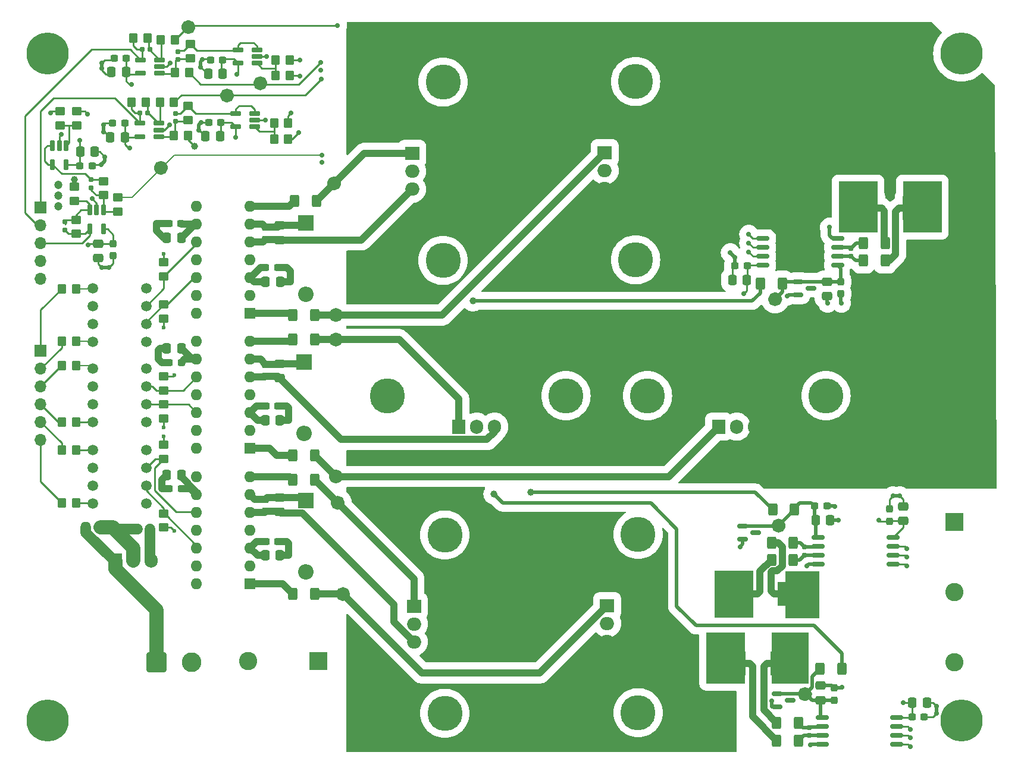
<source format=gbr>
%TF.GenerationSoftware,KiCad,Pcbnew,8.0.8*%
%TF.CreationDate,2025-03-02T15:20:04-08:00*%
%TF.ProjectId,motor_driver,6d6f746f-725f-4647-9269-7665722e6b69,rev?*%
%TF.SameCoordinates,Original*%
%TF.FileFunction,Copper,L1,Top*%
%TF.FilePolarity,Positive*%
%FSLAX46Y46*%
G04 Gerber Fmt 4.6, Leading zero omitted, Abs format (unit mm)*
G04 Created by KiCad (PCBNEW 8.0.8) date 2025-03-02 15:20:04*
%MOMM*%
%LPD*%
G01*
G04 APERTURE LIST*
G04 Aperture macros list*
%AMRoundRect*
0 Rectangle with rounded corners*
0 $1 Rounding radius*
0 $2 $3 $4 $5 $6 $7 $8 $9 X,Y pos of 4 corners*
0 Add a 4 corners polygon primitive as box body*
4,1,4,$2,$3,$4,$5,$6,$7,$8,$9,$2,$3,0*
0 Add four circle primitives for the rounded corners*
1,1,$1+$1,$2,$3*
1,1,$1+$1,$4,$5*
1,1,$1+$1,$6,$7*
1,1,$1+$1,$8,$9*
0 Add four rect primitives between the rounded corners*
20,1,$1+$1,$2,$3,$4,$5,0*
20,1,$1+$1,$4,$5,$6,$7,0*
20,1,$1+$1,$6,$7,$8,$9,0*
20,1,$1+$1,$8,$9,$2,$3,0*%
G04 Aperture macros list end*
%TA.AperFunction,Conductor*%
%ADD10C,1.000000*%
%TD*%
%TA.AperFunction,SMDPad,CuDef*%
%ADD11RoundRect,0.250000X-0.400000X-0.625000X0.400000X-0.625000X0.400000X0.625000X-0.400000X0.625000X0*%
%TD*%
%TA.AperFunction,SMDPad,CuDef*%
%ADD12RoundRect,0.250000X-0.337500X-0.475000X0.337500X-0.475000X0.337500X0.475000X-0.337500X0.475000X0*%
%TD*%
%TA.AperFunction,SMDPad,CuDef*%
%ADD13RoundRect,0.237500X-0.300000X-0.237500X0.300000X-0.237500X0.300000X0.237500X-0.300000X0.237500X0*%
%TD*%
%TA.AperFunction,SMDPad,CuDef*%
%ADD14RoundRect,0.250000X-0.450000X0.350000X-0.450000X-0.350000X0.450000X-0.350000X0.450000X0.350000X0*%
%TD*%
%TA.AperFunction,SMDPad,CuDef*%
%ADD15RoundRect,0.162500X-0.162500X0.617500X-0.162500X-0.617500X0.162500X-0.617500X0.162500X0.617500X0*%
%TD*%
%TA.AperFunction,SMDPad,CuDef*%
%ADD16RoundRect,0.250000X0.450000X-0.350000X0.450000X0.350000X-0.450000X0.350000X-0.450000X-0.350000X0*%
%TD*%
%TA.AperFunction,SMDPad,CuDef*%
%ADD17RoundRect,0.155000X-0.155000X0.212500X-0.155000X-0.212500X0.155000X-0.212500X0.155000X0.212500X0*%
%TD*%
%TA.AperFunction,SMDPad,CuDef*%
%ADD18RoundRect,0.162500X0.617500X0.162500X-0.617500X0.162500X-0.617500X-0.162500X0.617500X-0.162500X0*%
%TD*%
%TA.AperFunction,SMDPad,CuDef*%
%ADD19RoundRect,0.250000X0.350000X0.450000X-0.350000X0.450000X-0.350000X-0.450000X0.350000X-0.450000X0*%
%TD*%
%TA.AperFunction,ComponentPad*%
%ADD20C,5.000000*%
%TD*%
%TA.AperFunction,ComponentPad*%
%ADD21R,2.000000X1.905000*%
%TD*%
%TA.AperFunction,ComponentPad*%
%ADD22O,2.000000X1.905000*%
%TD*%
%TA.AperFunction,SMDPad,CuDef*%
%ADD23RoundRect,0.237500X0.300000X0.237500X-0.300000X0.237500X-0.300000X-0.237500X0.300000X-0.237500X0*%
%TD*%
%TA.AperFunction,ComponentPad*%
%ADD24R,1.600000X1.600000*%
%TD*%
%TA.AperFunction,ComponentPad*%
%ADD25O,1.600000X1.600000*%
%TD*%
%TA.AperFunction,SMDPad,CuDef*%
%ADD26RoundRect,0.250000X0.337500X0.475000X-0.337500X0.475000X-0.337500X-0.475000X0.337500X-0.475000X0*%
%TD*%
%TA.AperFunction,SMDPad,CuDef*%
%ADD27RoundRect,0.250000X-0.475000X0.337500X-0.475000X-0.337500X0.475000X-0.337500X0.475000X0.337500X0*%
%TD*%
%TA.AperFunction,SMDPad,CuDef*%
%ADD28RoundRect,0.150000X-0.587500X-0.150000X0.587500X-0.150000X0.587500X0.150000X-0.587500X0.150000X0*%
%TD*%
%TA.AperFunction,SMDPad,CuDef*%
%ADD29RoundRect,0.237500X-0.237500X0.300000X-0.237500X-0.300000X0.237500X-0.300000X0.237500X0.300000X0*%
%TD*%
%TA.AperFunction,SMDPad,CuDef*%
%ADD30RoundRect,0.250000X-0.350000X-0.450000X0.350000X-0.450000X0.350000X0.450000X-0.350000X0.450000X0*%
%TD*%
%TA.AperFunction,SMDPad,CuDef*%
%ADD31RoundRect,0.250000X0.475000X-0.337500X0.475000X0.337500X-0.475000X0.337500X-0.475000X-0.337500X0*%
%TD*%
%TA.AperFunction,ComponentPad*%
%ADD32R,1.700000X1.700000*%
%TD*%
%TA.AperFunction,ComponentPad*%
%ADD33O,1.700000X1.700000*%
%TD*%
%TA.AperFunction,ComponentPad*%
%ADD34R,2.600000X2.600000*%
%TD*%
%TA.AperFunction,ComponentPad*%
%ADD35C,2.600000*%
%TD*%
%TA.AperFunction,SMDPad,CuDef*%
%ADD36RoundRect,0.155000X-0.212500X-0.155000X0.212500X-0.155000X0.212500X0.155000X-0.212500X0.155000X0*%
%TD*%
%TA.AperFunction,ComponentPad*%
%ADD37R,2.200000X2.200000*%
%TD*%
%TA.AperFunction,ComponentPad*%
%ADD38O,2.200000X2.200000*%
%TD*%
%TA.AperFunction,SMDPad,CuDef*%
%ADD39RoundRect,0.250000X0.400000X0.625000X-0.400000X0.625000X-0.400000X-0.625000X0.400000X-0.625000X0*%
%TD*%
%TA.AperFunction,SMDPad,CuDef*%
%ADD40R,1.800000X3.400000*%
%TD*%
%TA.AperFunction,SMDPad,CuDef*%
%ADD41R,1.000000X2.000000*%
%TD*%
%TA.AperFunction,ComponentPad*%
%ADD42C,1.500000*%
%TD*%
%TA.AperFunction,ComponentPad*%
%ADD43R,1.905000X2.000000*%
%TD*%
%TA.AperFunction,ComponentPad*%
%ADD44O,1.905000X2.000000*%
%TD*%
%TA.AperFunction,SMDPad,CuDef*%
%ADD45RoundRect,0.237500X0.237500X-0.300000X0.237500X0.300000X-0.237500X0.300000X-0.237500X-0.300000X0*%
%TD*%
%TA.AperFunction,SMDPad,CuDef*%
%ADD46RoundRect,0.150000X-0.750000X-0.150000X0.750000X-0.150000X0.750000X0.150000X-0.750000X0.150000X0*%
%TD*%
%TA.AperFunction,SMDPad,CuDef*%
%ADD47RoundRect,0.155000X0.155000X-0.212500X0.155000X0.212500X-0.155000X0.212500X-0.155000X-0.212500X0*%
%TD*%
%TA.AperFunction,ComponentPad*%
%ADD48RoundRect,0.250001X-1.149999X-1.149999X1.149999X-1.149999X1.149999X1.149999X-1.149999X1.149999X0*%
%TD*%
%TA.AperFunction,ComponentPad*%
%ADD49C,2.800000*%
%TD*%
%TA.AperFunction,SMDPad,CuDef*%
%ADD50RoundRect,0.150000X0.750000X0.150000X-0.750000X0.150000X-0.750000X-0.150000X0.750000X-0.150000X0*%
%TD*%
%TA.AperFunction,ViaPad*%
%ADD51C,6.000000*%
%TD*%
%TA.AperFunction,ViaPad*%
%ADD52C,1.200000*%
%TD*%
%TA.AperFunction,ViaPad*%
%ADD53C,0.900000*%
%TD*%
%TA.AperFunction,ViaPad*%
%ADD54C,0.600000*%
%TD*%
%TA.AperFunction,ViaPad*%
%ADD55C,1.000000*%
%TD*%
%TA.AperFunction,ViaPad*%
%ADD56C,0.700000*%
%TD*%
%TA.AperFunction,Conductor*%
%ADD57C,2.000000*%
%TD*%
%TA.AperFunction,Conductor*%
%ADD58C,1.500000*%
%TD*%
%TA.AperFunction,Conductor*%
%ADD59C,0.250000*%
%TD*%
%TA.AperFunction,Conductor*%
%ADD60C,0.500000*%
%TD*%
%TA.AperFunction,Conductor*%
%ADD61C,0.200000*%
%TD*%
G04 APERTURE END LIST*
%TO.N,Net-(Q6-G)*%
D10*
X121500000Y-124000000D02*
G75*
G02*
X120500000Y-124000000I-500000J0D01*
G01*
X120500000Y-124000000D02*
G75*
G02*
X121500000Y-124000000I500000J0D01*
G01*
%TO.N,Net-(Q2-G)*%
X120500000Y-84250000D02*
G75*
G02*
X119500000Y-84250000I-500000J0D01*
G01*
X119500000Y-84250000D02*
G75*
G02*
X120500000Y-84250000I500000J0D01*
G01*
%TA.AperFunction,Conductor*%
%TO.N,Net-(Q1-S)*%
G36*
X191550000Y-65250000D02*
G01*
X197050000Y-65250000D01*
X197050000Y-72500000D01*
X191550000Y-72500000D01*
X191550000Y-65250000D01*
G37*
%TD.AperFunction*%
%TO.N,Net-(U2-OUTN)*%
X105000000Y-53000000D02*
G75*
G02*
X104000000Y-53000000I-500000J0D01*
G01*
X104000000Y-53000000D02*
G75*
G02*
X105000000Y-53000000I500000J0D01*
G01*
%TA.AperFunction,Conductor*%
%TO.N,/PHASE_A*%
G36*
X200700000Y-65250000D02*
G01*
X206200000Y-65250000D01*
X206200000Y-72500000D01*
X200700000Y-72500000D01*
X200700000Y-65250000D01*
G37*
%TD.AperFunction*%
%TO.N,Net-(U13-OUTP)*%
X95600000Y-63300000D02*
G75*
G02*
X94600000Y-63300000I-500000J0D01*
G01*
X94600000Y-63300000D02*
G75*
G02*
X95600000Y-63300000I500000J0D01*
G01*
%TO.N,Net-(U13-VDD1)*%
X187250000Y-138250000D02*
G75*
G02*
X186250000Y-138250000I-500000J0D01*
G01*
X186250000Y-138250000D02*
G75*
G02*
X187250000Y-138250000I500000J0D01*
G01*
%TO.N,Net-(U7-OUTN)*%
X99500000Y-43250000D02*
G75*
G02*
X98500000Y-43250000I-500000J0D01*
G01*
X98500000Y-43250000D02*
G75*
G02*
X99500000Y-43250000I500000J0D01*
G01*
%TO.N,Net-(U10-K)*%
X183500000Y-114250000D02*
G75*
G02*
X182500000Y-114250000I-500000J0D01*
G01*
X182500000Y-114250000D02*
G75*
G02*
X183500000Y-114250000I500000J0D01*
G01*
%TO.N,Net-(Q3-G)*%
X120500000Y-87750000D02*
G75*
G02*
X119500000Y-87750000I-500000J0D01*
G01*
X119500000Y-87750000D02*
G75*
G02*
X120500000Y-87750000I500000J0D01*
G01*
%TA.AperFunction,Conductor*%
%TO.N,Net-(Q3-S)*%
G36*
X173850000Y-120650000D02*
G01*
X179350000Y-120650000D01*
X179350000Y-127350000D01*
X173850000Y-127350000D01*
X173850000Y-120650000D01*
G37*
%TD.AperFunction*%
%TO.N,Net-(U17-K)*%
X183000000Y-82000000D02*
G75*
G02*
X182000000Y-82000000I-500000J0D01*
G01*
X182000000Y-82000000D02*
G75*
G02*
X183000000Y-82000000I500000J0D01*
G01*
%TA.AperFunction,Conductor*%
%TO.N,/PHASE_C*%
G36*
X182000000Y-129500000D02*
G01*
X187250000Y-129500000D01*
X187250000Y-136750000D01*
X182000000Y-136750000D01*
X182000000Y-129500000D01*
G37*
%TD.AperFunction*%
%TO.N,Net-(Q1-G)*%
X120250000Y-65500000D02*
G75*
G02*
X119250000Y-65500000I-500000J0D01*
G01*
X119250000Y-65500000D02*
G75*
G02*
X120250000Y-65500000I500000J0D01*
G01*
%TO.N,Net-(U7-OUTP)*%
X109750000Y-51250000D02*
G75*
G02*
X108750000Y-51250000I-500000J0D01*
G01*
X108750000Y-51250000D02*
G75*
G02*
X109750000Y-51250000I500000J0D01*
G01*
%TO.N,Net-(Q5-G)*%
X120750000Y-111000000D02*
G75*
G02*
X119750000Y-111000000I-500000J0D01*
G01*
X119750000Y-111000000D02*
G75*
G02*
X120750000Y-111000000I500000J0D01*
G01*
%TA.AperFunction,Conductor*%
%TO.N,/PHASE_B*%
G36*
X183950000Y-120750000D02*
G01*
X188750000Y-120750000D01*
X188750000Y-127450000D01*
X183950000Y-127450000D01*
X183950000Y-120750000D01*
G37*
%TD.AperFunction*%
%TA.AperFunction,Conductor*%
%TO.N,Net-(Q5-S)*%
G36*
X172700000Y-129500000D02*
G01*
X178200000Y-129500000D01*
X178200000Y-136750000D01*
X172700000Y-136750000D01*
X172700000Y-129500000D01*
G37*
%TD.AperFunction*%
%TO.N,Net-(Q4-G)*%
X120500000Y-107250000D02*
G75*
G02*
X119500000Y-107250000I-500000J0D01*
G01*
X119500000Y-107250000D02*
G75*
G02*
X120500000Y-107250000I500000J0D01*
G01*
%TD*%
D11*
%TO.P,R21,1*%
%TO.N,Net-(Q3-S)*%
X182000000Y-119115000D03*
%TO.P,R21,2*%
%TO.N,Net-(U7-INN)*%
X185100000Y-119115000D03*
%TD*%
D12*
%TO.P,C26,1*%
%TO.N,+15V*%
X109925000Y-99250000D03*
%TO.P,C26,2*%
%TO.N,GND*%
X112000000Y-99250000D03*
%TD*%
D13*
%TO.P,C28,1*%
%TO.N,Net-(U10-K)*%
X188125000Y-111480000D03*
%TO.P,C28,2*%
%TO.N,Net-(Q3-S)*%
X189850000Y-111480000D03*
%TD*%
D14*
%TO.P,R47,1*%
%TO.N,+3.3V*%
X80787500Y-55212500D03*
%TO.P,R47,2*%
%TO.N,Net-(U19-+)*%
X80787500Y-57212500D03*
%TD*%
D15*
%TO.P,U19,1,+*%
%TO.N,Net-(U19-+)*%
X81587500Y-60112500D03*
%TO.P,U19,2,V-*%
%TO.N,MCU_GND*%
X80637500Y-60112500D03*
%TO.P,U19,3,-*%
%TO.N,Net-(U19--)*%
X79687500Y-60112500D03*
%TO.P,U19,4*%
X79687500Y-62812500D03*
%TO.P,U19,5,V+*%
%TO.N,+3.3V*%
X81587500Y-62812500D03*
%TD*%
D14*
%TO.P,R38,1*%
%TO.N,Net-(U13-OUTN)*%
X82800000Y-66000000D03*
%TO.P,R38,2*%
%TO.N,Net-(U14--)*%
X82800000Y-68000000D03*
%TD*%
D11*
%TO.P,R46,1*%
%TO.N,Net-(U18-LO)*%
X113900000Y-124000000D03*
%TO.P,R46,2*%
%TO.N,Net-(Q6-G)*%
X117000000Y-124000000D03*
%TD*%
D13*
%TO.P,C8,1*%
%TO.N,+15V*%
X110000000Y-77500000D03*
%TO.P,C8,2*%
%TO.N,GND*%
X111725000Y-77500000D03*
%TD*%
D16*
%TO.P,R48,1*%
%TO.N,Net-(U19-+)*%
X83087500Y-57212500D03*
%TO.P,R48,2*%
%TO.N,MCU_GND*%
X83087500Y-55212500D03*
%TD*%
D17*
%TO.P,C27,1*%
%TO.N,Net-(U7-INP)*%
X186675000Y-117297500D03*
%TO.P,C27,2*%
%TO.N,Net-(U7-INN)*%
X186675000Y-118432500D03*
%TD*%
D18*
%TO.P,U12,1,+*%
%TO.N,Net-(U12-+)*%
X108750000Y-48400000D03*
%TO.P,U12,2,V-*%
%TO.N,MCU_GND*%
X108750000Y-47450000D03*
%TO.P,U12,3,-*%
%TO.N,Net-(U12--)*%
X108750000Y-46500000D03*
%TO.P,U12,4*%
X106050000Y-46500000D03*
%TO.P,U12,5,V+*%
%TO.N,+3.3V*%
X106050000Y-48400000D03*
%TD*%
D13*
%TO.P,C35,1*%
%TO.N,+3.3V*%
X202000000Y-141500000D03*
%TO.P,C35,2*%
%TO.N,MCU_GND*%
X203725000Y-141500000D03*
%TD*%
D19*
%TO.P,R1,1*%
%TO.N,Net-(U3--)*%
X92950000Y-53950000D03*
%TO.P,R1,2*%
%TO.N,/I_A*%
X90950000Y-53950000D03*
%TD*%
D11*
%TO.P,R41,1*%
%TO.N,Net-(U18-HO)*%
X113900000Y-107750000D03*
%TO.P,R41,2*%
%TO.N,Net-(Q5-G)*%
X117000000Y-107750000D03*
%TD*%
D20*
%TO.P,Q5,*%
%TO.N,*%
X135500000Y-115582500D03*
X135500000Y-140982500D03*
D21*
%TO.P,Q5,1,G*%
%TO.N,Net-(Q5-G)*%
X131100000Y-125742500D03*
D22*
%TO.P,Q5,2,D*%
%TO.N,+100V*%
X131100000Y-128282500D03*
%TO.P,Q5,3,S*%
%TO.N,Net-(Q5-S)*%
X131100000Y-130822500D03*
%TD*%
D14*
%TO.P,R33,1*%
%TO.N,Net-(U14--)*%
X83000000Y-70700000D03*
%TO.P,R33,2*%
%TO.N,/I_C*%
X83000000Y-72700000D03*
%TD*%
D23*
%TO.P,C40,1*%
%TO.N,+5V*%
X98000000Y-109000000D03*
%TO.P,C40,2*%
%TO.N,GND*%
X96275000Y-109000000D03*
%TD*%
D24*
%TO.P,U18,1,LO*%
%TO.N,Net-(U18-LO)*%
X107750000Y-122500000D03*
D25*
%TO.P,U18,2,COM*%
%TO.N,GND*%
X107750000Y-119960000D03*
%TO.P,U18,3,VCC*%
%TO.N,+15V*%
X107750000Y-117420000D03*
%TO.P,U18,4,NC*%
%TO.N,unconnected-(U18-NC-Pad4)*%
X107750000Y-114880000D03*
%TO.P,U18,5,VS*%
%TO.N,Net-(Q5-S)*%
X107750000Y-112340000D03*
%TO.P,U18,6,VB*%
%TO.N,Net-(D3-K)*%
X107750000Y-109800000D03*
%TO.P,U18,7,HO*%
%TO.N,Net-(U18-HO)*%
X107750000Y-107260000D03*
%TO.P,U18,8,NC*%
%TO.N,unconnected-(U18-NC-Pad8)*%
X100130000Y-107260000D03*
%TO.P,U18,9,VDD*%
%TO.N,+5V*%
X100130000Y-109800000D03*
%TO.P,U18,10,HIN*%
%TO.N,Net-(U18-HIN)*%
X100130000Y-112340000D03*
%TO.P,U18,11,SD*%
%TO.N,GND*%
X100130000Y-114880000D03*
%TO.P,U18,12,LIN*%
%TO.N,Net-(U18-LIN)*%
X100130000Y-117420000D03*
%TO.P,U18,13,VSS*%
%TO.N,GND*%
X100130000Y-119960000D03*
%TO.P,U18,14,NC*%
%TO.N,unconnected-(U18-NC-Pad14)*%
X100130000Y-122500000D03*
%TD*%
D26*
%TO.P,C7,1*%
%TO.N,+5V*%
X98000000Y-73250000D03*
%TO.P,C7,2*%
%TO.N,GND*%
X95925000Y-73250000D03*
%TD*%
D27*
%TO.P,C38,1*%
%TO.N,+3.3V*%
X86200000Y-74100000D03*
%TO.P,C38,2*%
%TO.N,MCU_GND*%
X86200000Y-76175000D03*
%TD*%
D28*
%TO.P,U10,1,K*%
%TO.N,Net-(U10-K)*%
X177875000Y-114280000D03*
%TO.P,U10,2,A*%
%TO.N,Net-(Q3-S)*%
X177875000Y-116180000D03*
%TO.P,U10,3,NC*%
%TO.N,unconnected-(U10-NC-Pad3)*%
X179750000Y-115230000D03*
%TD*%
D29*
%TO.P,C11,1*%
%TO.N,Net-(U17-K)*%
X191850000Y-79500000D03*
%TO.P,C11,2*%
%TO.N,Net-(Q1-S)*%
X191850000Y-81225000D03*
%TD*%
D30*
%TO.P,R45,1*%
%TO.N,/LO_C*%
X81000000Y-111000000D03*
%TO.P,R45,2*%
%TO.N,Net-(R45-Pad2)*%
X83000000Y-111000000D03*
%TD*%
D26*
%TO.P,C17,1*%
%TO.N,+3.3V*%
X103500000Y-58800000D03*
%TO.P,C17,2*%
%TO.N,MCU_GND*%
X101425000Y-58800000D03*
%TD*%
D31*
%TO.P,C19,1*%
%TO.N,+3.3V*%
X200750000Y-113575000D03*
%TO.P,C19,2*%
%TO.N,MCU_GND*%
X200750000Y-111500000D03*
%TD*%
D32*
%TO.P,J4,1,Pin_1*%
%TO.N,/HI_A*%
X78000000Y-89340000D03*
D33*
%TO.P,J4,2,Pin_2*%
%TO.N,/LO_A*%
X78000000Y-91880000D03*
%TO.P,J4,3,Pin_3*%
%TO.N,/HI_B*%
X78000000Y-94420000D03*
%TO.P,J4,4,Pin_4*%
%TO.N,/LO_B*%
X78000000Y-96960000D03*
%TO.P,J4,5,Pin_5*%
%TO.N,/HI_C*%
X78000000Y-99500000D03*
%TO.P,J4,6,Pin_6*%
%TO.N,/LO_C*%
X78000000Y-102040000D03*
%TD*%
D34*
%TO.P,J1,1,Pin_1*%
%TO.N,+100V*%
X117500000Y-133500000D03*
D35*
%TO.P,J1,2,Pin_2*%
%TO.N,GND*%
X107500000Y-133500000D03*
%TD*%
D26*
%TO.P,C24,1*%
%TO.N,+5V*%
X98000000Y-89000000D03*
%TO.P,C24,2*%
%TO.N,GND*%
X95925000Y-89000000D03*
%TD*%
D12*
%TO.P,C43,1*%
%TO.N,+15V*%
X109925000Y-118500000D03*
%TO.P,C43,2*%
%TO.N,GND*%
X112000000Y-118500000D03*
%TD*%
D26*
%TO.P,C41,1*%
%TO.N,+5V*%
X98000000Y-107000000D03*
%TO.P,C41,2*%
%TO.N,GND*%
X95925000Y-107000000D03*
%TD*%
D14*
%TO.P,R39,1*%
%TO.N,+5V*%
X95500000Y-102750000D03*
%TO.P,R39,2*%
%TO.N,Net-(U18-HIN)*%
X95500000Y-104750000D03*
%TD*%
D16*
%TO.P,R8,1*%
%TO.N,+5V*%
X95500000Y-84750000D03*
%TO.P,R8,2*%
%TO.N,Net-(U5-LIN)*%
X95500000Y-82750000D03*
%TD*%
D30*
%TO.P,R10,1*%
%TO.N,/HI_A*%
X81000000Y-80500000D03*
%TO.P,R10,2*%
%TO.N,Net-(R10-Pad2)*%
X83000000Y-80500000D03*
%TD*%
D36*
%TO.P,C5,1*%
%TO.N,/I_A*%
X92065000Y-55450000D03*
%TO.P,C5,2*%
%TO.N,Net-(U3--)*%
X93200000Y-55450000D03*
%TD*%
D37*
%TO.P,D1,1,K*%
%TO.N,Net-(D1-K)*%
X115750000Y-71170000D03*
D38*
%TO.P,D1,2,A*%
%TO.N,+15V*%
X115750000Y-81330000D03*
%TD*%
D12*
%TO.P,C53,1*%
%TO.N,+15V*%
X84425000Y-114500000D03*
%TO.P,C53,2*%
%TO.N,GND*%
X86500000Y-114500000D03*
%TD*%
D39*
%TO.P,R20,1*%
%TO.N,Net-(U10-K)*%
X185250000Y-111980000D03*
%TO.P,R20,2*%
%TO.N,Net-(D2-K)*%
X182150000Y-111980000D03*
%TD*%
D12*
%TO.P,C36,1*%
%TO.N,+3.3V*%
X202000000Y-139500000D03*
%TO.P,C36,2*%
%TO.N,MCU_GND*%
X204075000Y-139500000D03*
%TD*%
D40*
%TO.P,R44,1*%
%TO.N,Net-(Q5-S)*%
X177475000Y-133865000D03*
D41*
X179275000Y-135965000D03*
%TO.P,R44,2*%
%TO.N,/PHASE_C*%
X180875000Y-135965000D03*
D40*
X182675000Y-133865000D03*
%TD*%
D26*
%TO.P,C34,1*%
%TO.N,+3.3V*%
X103900000Y-49900000D03*
%TO.P,C34,2*%
%TO.N,MCU_GND*%
X101825000Y-49900000D03*
%TD*%
D19*
%TO.P,R17,1*%
%TO.N,Net-(U8--)*%
X93200000Y-44850000D03*
%TO.P,R17,2*%
%TO.N,/I_B*%
X91200000Y-44850000D03*
%TD*%
D11*
%TO.P,R14,1*%
%TO.N,Net-(U5-LO)*%
X113900000Y-84250000D03*
%TO.P,R14,2*%
%TO.N,Net-(Q2-G)*%
X117000000Y-84250000D03*
%TD*%
D19*
%TO.P,R19,1*%
%TO.N,Net-(U7-OUTP)*%
X99100000Y-49750000D03*
%TO.P,R19,2*%
%TO.N,Net-(U8-+)*%
X97100000Y-49750000D03*
%TD*%
D42*
%TO.P,U15,1,AN*%
%TO.N,Net-(R42-Pad2)*%
X85380000Y-103500000D03*
%TO.P,U15,2,CA*%
%TO.N,MCU_GND*%
X85380000Y-106040000D03*
%TO.P,U15,3,CA*%
X85380000Y-108580000D03*
%TO.P,U15,4,AN*%
%TO.N,Net-(R45-Pad2)*%
X85380000Y-111120000D03*
%TO.P,U15,5,EM*%
%TO.N,GND*%
X93000000Y-111120000D03*
%TO.P,U15,6,COL*%
%TO.N,Net-(U18-LIN)*%
X93000000Y-108580000D03*
%TO.P,U15,7,COL*%
%TO.N,Net-(U18-HIN)*%
X93000000Y-106040000D03*
%TO.P,U15,8,EM*%
%TO.N,GND*%
X93000000Y-103500000D03*
%TD*%
D11*
%TO.P,R9,1*%
%TO.N,Net-(U5-HO)*%
X114150000Y-68000000D03*
%TO.P,R9,2*%
%TO.N,Net-(Q1-G)*%
X117250000Y-68000000D03*
%TD*%
D16*
%TO.P,R11,1*%
%TO.N,Net-(U3-+)*%
X98950000Y-56450000D03*
%TO.P,R11,2*%
%TO.N,Net-(U6--)*%
X98950000Y-54450000D03*
%TD*%
D18*
%TO.P,U6,1,+*%
%TO.N,Net-(U6-+)*%
X108450000Y-57450000D03*
%TO.P,U6,2,V-*%
%TO.N,MCU_GND*%
X108450000Y-56500000D03*
%TO.P,U6,3,-*%
%TO.N,Net-(U6--)*%
X108450000Y-55550000D03*
%TO.P,U6,4*%
X105750000Y-55550000D03*
%TO.P,U6,5,V+*%
%TO.N,+3.3V*%
X105750000Y-57450000D03*
%TD*%
D27*
%TO.P,C31,1*%
%TO.N,Net-(D2-K)*%
X112000000Y-91175000D03*
%TO.P,C31,2*%
%TO.N,Net-(Q3-S)*%
X112000000Y-93250000D03*
%TD*%
D14*
%TO.P,R23,1*%
%TO.N,+5V*%
X95500000Y-93000000D03*
%TO.P,R23,2*%
%TO.N,Net-(U11-HIN)*%
X95500000Y-95000000D03*
%TD*%
D36*
%TO.P,C22,1*%
%TO.N,/I_B*%
X92432500Y-46450000D03*
%TO.P,C22,2*%
%TO.N,Net-(U8--)*%
X93567500Y-46450000D03*
%TD*%
D23*
%TO.P,C20,1*%
%TO.N,+3.3V*%
X90162500Y-47650000D03*
%TO.P,C20,2*%
%TO.N,MCU_GND*%
X88437500Y-47650000D03*
%TD*%
D43*
%TO.P,U1,1,IN*%
%TO.N,+15V*%
X88670000Y-119250000D03*
D44*
%TO.P,U1,2,GND*%
%TO.N,GND*%
X91210000Y-119250000D03*
%TO.P,U1,3,OUT*%
%TO.N,+5V*%
X93750000Y-119250000D03*
%TD*%
D20*
%TO.P,Q4,*%
%TO.N,*%
X164332500Y-95750000D03*
X189732500Y-95750000D03*
D43*
%TO.P,Q4,1,G*%
%TO.N,Net-(Q4-G)*%
X174492500Y-100150000D03*
D44*
%TO.P,Q4,2,D*%
%TO.N,Net-(Q3-S)*%
X177032500Y-100150000D03*
%TO.P,Q4,3,S*%
%TO.N,GND*%
X179572500Y-100150000D03*
%TD*%
D31*
%TO.P,C46,1*%
%TO.N,Net-(U13-VDD1)*%
X188925000Y-139115000D03*
%TO.P,C46,2*%
%TO.N,Net-(Q5-S)*%
X188925000Y-137040000D03*
%TD*%
D17*
%TO.P,C44,1*%
%TO.N,Net-(U13-INP)*%
X187325000Y-142980000D03*
%TO.P,C44,2*%
%TO.N,Net-(U13-INN)*%
X187325000Y-144115000D03*
%TD*%
D13*
%TO.P,C42,1*%
%TO.N,+15V*%
X110025000Y-116500000D03*
%TO.P,C42,2*%
%TO.N,GND*%
X111750000Y-116500000D03*
%TD*%
D27*
%TO.P,C48,1*%
%TO.N,Net-(D3-K)*%
X112000000Y-110250000D03*
%TO.P,C48,2*%
%TO.N,Net-(Q5-S)*%
X112000000Y-112325000D03*
%TD*%
D37*
%TO.P,D2,1,K*%
%TO.N,Net-(D2-K)*%
X115500000Y-90920000D03*
D38*
%TO.P,D2,2,A*%
%TO.N,+15V*%
X115500000Y-101080000D03*
%TD*%
D24*
%TO.P,U5,1,LO*%
%TO.N,Net-(U5-LO)*%
X107800000Y-84000000D03*
D25*
%TO.P,U5,2,COM*%
%TO.N,GND*%
X107800000Y-81460000D03*
%TO.P,U5,3,VCC*%
%TO.N,+15V*%
X107800000Y-78920000D03*
%TO.P,U5,4,NC*%
%TO.N,unconnected-(U5-NC-Pad4)*%
X107800000Y-76380000D03*
%TO.P,U5,5,VS*%
%TO.N,Net-(Q1-S)*%
X107800000Y-73840000D03*
%TO.P,U5,6,VB*%
%TO.N,Net-(D1-K)*%
X107800000Y-71300000D03*
%TO.P,U5,7,HO*%
%TO.N,Net-(U5-HO)*%
X107800000Y-68760000D03*
%TO.P,U5,8,NC*%
%TO.N,unconnected-(U5-NC-Pad8)*%
X100180000Y-68760000D03*
%TO.P,U5,9,VDD*%
%TO.N,+5V*%
X100180000Y-71300000D03*
%TO.P,U5,10,HIN*%
%TO.N,Net-(U5-HIN)*%
X100180000Y-73840000D03*
%TO.P,U5,11,SD*%
%TO.N,GND*%
X100180000Y-76380000D03*
%TO.P,U5,12,LIN*%
%TO.N,Net-(U5-LIN)*%
X100180000Y-78920000D03*
%TO.P,U5,13,VSS*%
%TO.N,GND*%
X100180000Y-81460000D03*
%TO.P,U5,14,NC*%
%TO.N,unconnected-(U5-NC-Pad14)*%
X100180000Y-84000000D03*
%TD*%
D30*
%TO.P,R42,1*%
%TO.N,/HI_C*%
X81000000Y-103500000D03*
%TO.P,R42,2*%
%TO.N,Net-(R42-Pad2)*%
X83000000Y-103500000D03*
%TD*%
D23*
%TO.P,C3,1*%
%TO.N,+3.3V*%
X89950000Y-56950000D03*
%TO.P,C3,2*%
%TO.N,MCU_GND*%
X88225000Y-56950000D03*
%TD*%
D13*
%TO.P,C50,1*%
%TO.N,+3.3V*%
X83562500Y-63012500D03*
%TO.P,C50,2*%
%TO.N,MCU_GND*%
X85287500Y-63012500D03*
%TD*%
D26*
%TO.P,C4,1*%
%TO.N,+3.3V*%
X89950000Y-58950000D03*
%TO.P,C4,2*%
%TO.N,MCU_GND*%
X87875000Y-58950000D03*
%TD*%
D45*
%TO.P,C18,1*%
%TO.N,+3.3V*%
X198750000Y-113612500D03*
%TO.P,C18,2*%
%TO.N,MCU_GND*%
X198750000Y-111887500D03*
%TD*%
D28*
%TO.P,U16,1,K*%
%TO.N,Net-(U13-VDD1)*%
X182800000Y-138165000D03*
%TO.P,U16,2,A*%
%TO.N,Net-(Q5-S)*%
X182800000Y-140065000D03*
%TO.P,U16,3,NC*%
%TO.N,unconnected-(U16-NC-Pad3)*%
X184675000Y-139115000D03*
%TD*%
D39*
%TO.P,R5,1*%
%TO.N,Net-(Q1-S)*%
X198150000Y-74000000D03*
%TO.P,R5,2*%
%TO.N,Net-(U2-INN)*%
X195050000Y-74000000D03*
%TD*%
D18*
%TO.P,U8,1,+*%
%TO.N,Net-(U8-+)*%
X94900000Y-49800000D03*
%TO.P,U8,2,V-*%
%TO.N,MCU_GND*%
X94900000Y-48850000D03*
%TO.P,U8,3,-*%
%TO.N,Net-(U8--)*%
X94900000Y-47900000D03*
%TO.P,U8,4*%
%TO.N,/I_B*%
X92200000Y-47900000D03*
%TO.P,U8,5,V+*%
%TO.N,+3.3V*%
X92200000Y-49800000D03*
%TD*%
D46*
%TO.P,U13,1,VDD1*%
%TO.N,Net-(U13-VDD1)*%
X189175000Y-141595000D03*
%TO.P,U13,2,INP*%
%TO.N,Net-(U13-INP)*%
X189175000Y-142865000D03*
%TO.P,U13,3,INN*%
%TO.N,Net-(U13-INN)*%
X189175000Y-144135000D03*
%TO.P,U13,4,GND1*%
%TO.N,Net-(Q5-S)*%
X189175000Y-145405000D03*
%TO.P,U13,5,GND2*%
%TO.N,MCU_GND*%
X199825000Y-145405000D03*
%TO.P,U13,6,OUTN*%
%TO.N,Net-(U13-OUTN)*%
X199825000Y-144135000D03*
%TO.P,U13,7,OUTP*%
%TO.N,Net-(U13-OUTP)*%
X199825000Y-142865000D03*
%TO.P,U13,8,VDD2*%
%TO.N,+3.3V*%
X199825000Y-141595000D03*
%TD*%
D15*
%TO.P,U14,1,+*%
%TO.N,Net-(U14-+)*%
X86900000Y-69300000D03*
%TO.P,U14,2,V-*%
%TO.N,MCU_GND*%
X85950000Y-69300000D03*
%TO.P,U14,3,-*%
%TO.N,Net-(U14--)*%
X85000000Y-69300000D03*
%TO.P,U14,4*%
%TO.N,/I_C*%
X85000000Y-72000000D03*
%TO.P,U14,5,V+*%
%TO.N,+3.3V*%
X86900000Y-72000000D03*
%TD*%
D47*
%TO.P,C10,1*%
%TO.N,Net-(U2-INP)*%
X193300000Y-75885000D03*
%TO.P,C10,2*%
%TO.N,Net-(U2-INN)*%
X193300000Y-74750000D03*
%TD*%
D19*
%TO.P,R31,1*%
%TO.N,+3.3V*%
X113400000Y-47900000D03*
%TO.P,R31,2*%
%TO.N,Net-(U12-+)*%
X111400000Y-47900000D03*
%TD*%
D30*
%TO.P,R26,1*%
%TO.N,/HI_B*%
X81000000Y-91500000D03*
%TO.P,R26,2*%
%TO.N,Net-(R26-Pad2)*%
X83000000Y-91500000D03*
%TD*%
D23*
%TO.P,C6,1*%
%TO.N,+5V*%
X97975000Y-71250000D03*
%TO.P,C6,2*%
%TO.N,GND*%
X96250000Y-71250000D03*
%TD*%
D16*
%TO.P,R24,1*%
%TO.N,+5V*%
X95500000Y-99000000D03*
%TO.P,R24,2*%
%TO.N,Net-(U11-LIN)*%
X95500000Y-97000000D03*
%TD*%
D20*
%TO.P,Q2,*%
%TO.N,*%
X162650000Y-50992500D03*
X162650000Y-76392500D03*
D21*
%TO.P,Q2,1,G*%
%TO.N,Net-(Q2-G)*%
X158250000Y-61152500D03*
D22*
%TO.P,Q2,2,D*%
%TO.N,Net-(Q1-S)*%
X158250000Y-63692500D03*
%TO.P,Q2,3,S*%
%TO.N,GND*%
X158250000Y-66232500D03*
%TD*%
D11*
%TO.P,R25,1*%
%TO.N,Net-(U11-HO)*%
X113900000Y-87750000D03*
%TO.P,R25,2*%
%TO.N,Net-(Q3-G)*%
X117000000Y-87750000D03*
%TD*%
D12*
%TO.P,C51,1*%
%TO.N,+3.3V*%
X83612500Y-61012500D03*
%TO.P,C51,2*%
%TO.N,MCU_GND*%
X85687500Y-61012500D03*
%TD*%
D14*
%TO.P,R7,1*%
%TO.N,+5V*%
X95500000Y-76750000D03*
%TO.P,R7,2*%
%TO.N,Net-(U5-HIN)*%
X95500000Y-78750000D03*
%TD*%
D20*
%TO.P,Q6,*%
%TO.N,*%
X163000000Y-115500000D03*
X163000000Y-140900000D03*
D21*
%TO.P,Q6,1,G*%
%TO.N,Net-(Q6-G)*%
X158600000Y-125660000D03*
D22*
%TO.P,Q6,2,D*%
%TO.N,Net-(Q5-S)*%
X158600000Y-128200000D03*
%TO.P,Q6,3,S*%
%TO.N,GND*%
X158600000Y-130740000D03*
%TD*%
D27*
%TO.P,C14,1*%
%TO.N,Net-(D1-K)*%
X112000000Y-71500000D03*
%TO.P,C14,2*%
%TO.N,Net-(Q1-S)*%
X112000000Y-73575000D03*
%TD*%
D16*
%TO.P,R40,1*%
%TO.N,+5V*%
X95500000Y-114500000D03*
%TO.P,R40,2*%
%TO.N,Net-(U18-LIN)*%
X95500000Y-112500000D03*
%TD*%
D40*
%TO.P,R28,1*%
%TO.N,Net-(Q3-S)*%
X178550000Y-123980000D03*
D41*
X180350000Y-121905000D03*
%TO.P,R28,2*%
%TO.N,/PHASE_B*%
X181950000Y-121905000D03*
D40*
X183750000Y-123980000D03*
%TD*%
D47*
%TO.P,C39,1*%
%TO.N,/I_C*%
X81400000Y-72135000D03*
%TO.P,C39,2*%
%TO.N,Net-(U14--)*%
X81400000Y-71000000D03*
%TD*%
D37*
%TO.P,D3,1,K*%
%TO.N,Net-(D3-K)*%
X115750000Y-110670000D03*
D38*
%TO.P,D3,2,A*%
%TO.N,+15V*%
X115750000Y-120830000D03*
%TD*%
D24*
%TO.P,U11,1,LO*%
%TO.N,Net-(U11-LO)*%
X107800000Y-103250000D03*
D25*
%TO.P,U11,2,COM*%
%TO.N,GND*%
X107800000Y-100710000D03*
%TO.P,U11,3,VCC*%
%TO.N,+15V*%
X107800000Y-98170000D03*
%TO.P,U11,4,NC*%
%TO.N,unconnected-(U11-NC-Pad4)*%
X107800000Y-95630000D03*
%TO.P,U11,5,VS*%
%TO.N,Net-(Q3-S)*%
X107800000Y-93090000D03*
%TO.P,U11,6,VB*%
%TO.N,Net-(D2-K)*%
X107800000Y-90550000D03*
%TO.P,U11,7,HO*%
%TO.N,Net-(U11-HO)*%
X107800000Y-88010000D03*
%TO.P,U11,8,NC*%
%TO.N,unconnected-(U11-NC-Pad8)*%
X100180000Y-88010000D03*
%TO.P,U11,9,VDD*%
%TO.N,+5V*%
X100180000Y-90550000D03*
%TO.P,U11,10,HIN*%
%TO.N,Net-(U11-HIN)*%
X100180000Y-93090000D03*
%TO.P,U11,11,SD*%
%TO.N,GND*%
X100180000Y-95630000D03*
%TO.P,U11,12,LIN*%
%TO.N,Net-(U11-LIN)*%
X100180000Y-98170000D03*
%TO.P,U11,13,VSS*%
%TO.N,GND*%
X100180000Y-100710000D03*
%TO.P,U11,14,NC*%
%TO.N,unconnected-(U11-NC-Pad14)*%
X100180000Y-103250000D03*
%TD*%
D19*
%TO.P,R6,1*%
%TO.N,Net-(U2-OUTN)*%
X96950000Y-53950000D03*
%TO.P,R6,2*%
%TO.N,Net-(U3--)*%
X94950000Y-53950000D03*
%TD*%
D12*
%TO.P,C29,1*%
%TO.N,Net-(U10-K)*%
X188275000Y-113480000D03*
%TO.P,C29,2*%
%TO.N,Net-(Q3-S)*%
X190350000Y-113480000D03*
%TD*%
D39*
%TO.P,R2,1*%
%TO.N,/PHASE_A*%
X198150000Y-76500000D03*
%TO.P,R2,2*%
%TO.N,Net-(U2-INP)*%
X195050000Y-76500000D03*
%TD*%
D16*
%TO.P,R43,1*%
%TO.N,Net-(U14-+)*%
X86900000Y-67200000D03*
%TO.P,R43,2*%
%TO.N,Net-(U19--)*%
X86900000Y-65200000D03*
%TD*%
D27*
%TO.P,C12,1*%
%TO.N,Net-(U17-K)*%
X189850000Y-79500000D03*
%TO.P,C12,2*%
%TO.N,Net-(Q1-S)*%
X189850000Y-81575000D03*
%TD*%
D20*
%TO.P,Q1,*%
%TO.N,*%
X135250000Y-51082500D03*
X135250000Y-76482500D03*
D21*
%TO.P,Q1,1,G*%
%TO.N,Net-(Q1-G)*%
X130850000Y-61242500D03*
D22*
%TO.P,Q1,2,D*%
%TO.N,+100V*%
X130850000Y-63782500D03*
%TO.P,Q1,3,S*%
%TO.N,Net-(Q1-S)*%
X130850000Y-66322500D03*
%TD*%
D26*
%TO.P,C21,1*%
%TO.N,+3.3V*%
X90150000Y-49650000D03*
%TO.P,C21,2*%
%TO.N,MCU_GND*%
X88075000Y-49650000D03*
%TD*%
%TO.P,C2,1*%
%TO.N,+3.3V*%
X178500000Y-79250000D03*
%TO.P,C2,2*%
%TO.N,MCU_GND*%
X176425000Y-79250000D03*
%TD*%
D40*
%TO.P,R12,1*%
%TO.N,Net-(Q1-S)*%
X196250000Y-69050000D03*
D41*
X198050000Y-71150000D03*
%TO.P,R12,2*%
%TO.N,/PHASE_A*%
X199650000Y-71150000D03*
D40*
X201450000Y-69050000D03*
%TD*%
D14*
%TO.P,R35,1*%
%TO.N,Net-(U13-OUTP)*%
X89000000Y-67500000D03*
%TO.P,R35,2*%
%TO.N,Net-(U14-+)*%
X89000000Y-69500000D03*
%TD*%
D11*
%TO.P,R34,1*%
%TO.N,/PHASE_C*%
X182725000Y-142365000D03*
%TO.P,R34,2*%
%TO.N,Net-(U13-INP)*%
X185825000Y-142365000D03*
%TD*%
D48*
%TO.P,J2,1,Pin_1*%
%TO.N,+15V*%
X94500000Y-133750000D03*
D49*
%TO.P,J2,2,Pin_2*%
%TO.N,GND*%
X99500000Y-133750000D03*
%TD*%
D42*
%TO.P,U4,1,AN*%
%TO.N,Net-(R10-Pad2)*%
X85380000Y-80420000D03*
%TO.P,U4,2,CA*%
%TO.N,MCU_GND*%
X85380000Y-82960000D03*
%TO.P,U4,3,CA*%
X85380000Y-85500000D03*
%TO.P,U4,4,AN*%
%TO.N,Net-(R13-Pad2)*%
X85380000Y-88040000D03*
%TO.P,U4,5,EM*%
%TO.N,GND*%
X93000000Y-88040000D03*
%TO.P,U4,6,COL*%
%TO.N,Net-(U5-LIN)*%
X93000000Y-85500000D03*
%TO.P,U4,7,COL*%
%TO.N,Net-(U5-HIN)*%
X93000000Y-82960000D03*
%TO.P,U4,8,EM*%
%TO.N,GND*%
X93000000Y-80420000D03*
%TD*%
D11*
%TO.P,R30,1*%
%TO.N,Net-(U11-LO)*%
X113900000Y-104250000D03*
%TO.P,R30,2*%
%TO.N,Net-(Q4-G)*%
X117000000Y-104250000D03*
%TD*%
D20*
%TO.P,Q3,*%
%TO.N,*%
X127332500Y-95750000D03*
X152732500Y-95750000D03*
D43*
%TO.P,Q3,1,G*%
%TO.N,Net-(Q3-G)*%
X137492500Y-100150000D03*
D44*
%TO.P,Q3,2,D*%
%TO.N,+100V*%
X140032500Y-100150000D03*
%TO.P,Q3,3,S*%
%TO.N,Net-(Q3-S)*%
X142572500Y-100150000D03*
%TD*%
D42*
%TO.P,U9,1,AN*%
%TO.N,Net-(R26-Pad2)*%
X85380000Y-91880000D03*
%TO.P,U9,2,CA*%
%TO.N,MCU_GND*%
X85380000Y-94420000D03*
%TO.P,U9,3,CA*%
X85380000Y-96960000D03*
%TO.P,U9,4,AN*%
%TO.N,Net-(R29-Pad2)*%
X85380000Y-99500000D03*
%TO.P,U9,5,EM*%
%TO.N,GND*%
X93000000Y-99500000D03*
%TO.P,U9,6,COL*%
%TO.N,Net-(U11-LIN)*%
X93000000Y-96960000D03*
%TO.P,U9,7,COL*%
%TO.N,Net-(U11-HIN)*%
X93000000Y-94420000D03*
%TO.P,U9,8,EM*%
%TO.N,GND*%
X93000000Y-91880000D03*
%TD*%
D23*
%TO.P,C16,1*%
%TO.N,+3.3V*%
X103612500Y-56800000D03*
%TO.P,C16,2*%
%TO.N,MCU_GND*%
X101887500Y-56800000D03*
%TD*%
D29*
%TO.P,C47,1*%
%TO.N,Net-(D3-K)*%
X110000000Y-110500000D03*
%TO.P,C47,2*%
%TO.N,Net-(Q5-S)*%
X110000000Y-112225000D03*
%TD*%
D30*
%TO.P,R29,1*%
%TO.N,/LO_B*%
X81000000Y-99500000D03*
%TO.P,R29,2*%
%TO.N,Net-(R29-Pad2)*%
X83000000Y-99500000D03*
%TD*%
D47*
%TO.P,C32,1*%
%TO.N,Net-(U8-+)*%
X97500000Y-47850000D03*
%TO.P,C32,2*%
%TO.N,Net-(U12--)*%
X97500000Y-46715000D03*
%TD*%
D19*
%TO.P,R15,1*%
%TO.N,+3.3V*%
X113200000Y-56950000D03*
%TO.P,R15,2*%
%TO.N,Net-(U6-+)*%
X111200000Y-56950000D03*
%TD*%
D29*
%TO.P,C30,1*%
%TO.N,Net-(D2-K)*%
X110000000Y-91275000D03*
%TO.P,C30,2*%
%TO.N,Net-(Q3-S)*%
X110000000Y-93000000D03*
%TD*%
D16*
%TO.P,R27,1*%
%TO.N,Net-(U8-+)*%
X99300000Y-47650000D03*
%TO.P,R27,2*%
%TO.N,Net-(U12--)*%
X99300000Y-45650000D03*
%TD*%
D23*
%TO.P,C1,1*%
%TO.N,+3.3V*%
X178525000Y-77250000D03*
%TO.P,C1,2*%
%TO.N,MCU_GND*%
X176800000Y-77250000D03*
%TD*%
D39*
%TO.P,R4,1*%
%TO.N,Net-(U17-K)*%
X183500000Y-79800000D03*
%TO.P,R4,2*%
%TO.N,Net-(D1-K)*%
X180400000Y-79800000D03*
%TD*%
D50*
%TO.P,U2,1,VDD1*%
%TO.N,Net-(U17-K)*%
X191375000Y-77155000D03*
%TO.P,U2,2,INP*%
%TO.N,Net-(U2-INP)*%
X191375000Y-75885000D03*
%TO.P,U2,3,INN*%
%TO.N,Net-(U2-INN)*%
X191375000Y-74615000D03*
%TO.P,U2,4,GND1*%
%TO.N,Net-(Q1-S)*%
X191375000Y-73345000D03*
%TO.P,U2,5,GND2*%
%TO.N,MCU_GND*%
X180725000Y-73345000D03*
%TO.P,U2,6,OUTN*%
%TO.N,Net-(U2-OUTN)*%
X180725000Y-74615000D03*
%TO.P,U2,7,OUTP*%
%TO.N,Net-(U2-OUTP)*%
X180725000Y-75885000D03*
%TO.P,U2,8,VDD2*%
%TO.N,+3.3V*%
X180725000Y-77155000D03*
%TD*%
D11*
%TO.P,R37,1*%
%TO.N,Net-(Q5-S)*%
X182725000Y-144865000D03*
%TO.P,R37,2*%
%TO.N,Net-(U13-INN)*%
X185825000Y-144865000D03*
%TD*%
%TO.P,R36,1*%
%TO.N,Net-(U13-VDD1)*%
X188875000Y-134615000D03*
%TO.P,R36,2*%
%TO.N,Net-(D3-K)*%
X191975000Y-134615000D03*
%TD*%
D32*
%TO.P,J5,1,Pin_1*%
%TO.N,/I_A*%
X78000000Y-68920000D03*
D33*
%TO.P,J5,2,Pin_2*%
%TO.N,/I_B*%
X78000000Y-71460000D03*
%TO.P,J5,3,Pin_3*%
%TO.N,/I_C*%
X78000000Y-74000000D03*
%TO.P,J5,4,Pin_4*%
%TO.N,MCU_GND*%
X78000000Y-76540000D03*
%TO.P,J5,5,Pin_5*%
%TO.N,+3.3V*%
X78000000Y-79080000D03*
%TD*%
D19*
%TO.P,R3,1*%
%TO.N,Net-(U2-OUTP)*%
X98950000Y-58700000D03*
%TO.P,R3,2*%
%TO.N,Net-(U3-+)*%
X96950000Y-58700000D03*
%TD*%
D23*
%TO.P,C33,1*%
%TO.N,+3.3V*%
X103900000Y-47900000D03*
%TO.P,C33,2*%
%TO.N,MCU_GND*%
X102175000Y-47900000D03*
%TD*%
D47*
%TO.P,C15,1*%
%TO.N,Net-(U3-+)*%
X97200000Y-56700000D03*
%TO.P,C15,2*%
%TO.N,Net-(U6--)*%
X97200000Y-55565000D03*
%TD*%
D28*
%TO.P,U17,1,K*%
%TO.N,Net-(U17-K)*%
X185762500Y-79500000D03*
%TO.P,U17,2,A*%
%TO.N,Net-(Q1-S)*%
X185762500Y-81400000D03*
%TO.P,U17,3,NC*%
%TO.N,unconnected-(U17-NC-Pad3)*%
X187637500Y-80450000D03*
%TD*%
D11*
%TO.P,R18,1*%
%TO.N,/PHASE_B*%
X182000000Y-116730000D03*
%TO.P,R18,2*%
%TO.N,Net-(U7-INP)*%
X185100000Y-116730000D03*
%TD*%
D45*
%TO.P,C45,1*%
%TO.N,Net-(U13-VDD1)*%
X190925000Y-139115000D03*
%TO.P,C45,2*%
%TO.N,Net-(Q5-S)*%
X190925000Y-137390000D03*
%TD*%
D18*
%TO.P,U3,1,+*%
%TO.N,Net-(U3-+)*%
X94800000Y-58850000D03*
%TO.P,U3,2,V-*%
%TO.N,MCU_GND*%
X94800000Y-57900000D03*
%TO.P,U3,3,-*%
%TO.N,Net-(U3--)*%
X94800000Y-56950000D03*
%TO.P,U3,4*%
%TO.N,/I_A*%
X92100000Y-56950000D03*
%TO.P,U3,5,V+*%
%TO.N,+3.3V*%
X92100000Y-58850000D03*
%TD*%
D29*
%TO.P,C13,1*%
%TO.N,Net-(D1-K)*%
X110000000Y-71750000D03*
%TO.P,C13,2*%
%TO.N,Net-(Q1-S)*%
X110000000Y-73475000D03*
%TD*%
D23*
%TO.P,C52,1*%
%TO.N,+5V*%
X93500000Y-114750000D03*
%TO.P,C52,2*%
%TO.N,GND*%
X91775000Y-114750000D03*
%TD*%
D29*
%TO.P,C37,1*%
%TO.N,+3.3V*%
X88300000Y-74100000D03*
%TO.P,C37,2*%
%TO.N,MCU_GND*%
X88300000Y-75825000D03*
%TD*%
D46*
%TO.P,U7,1,VDD1*%
%TO.N,Net-(U10-K)*%
X188600000Y-115960000D03*
%TO.P,U7,2,INP*%
%TO.N,Net-(U7-INP)*%
X188600000Y-117230000D03*
%TO.P,U7,3,INN*%
%TO.N,Net-(U7-INN)*%
X188600000Y-118500000D03*
%TO.P,U7,4,GND1*%
%TO.N,Net-(Q3-S)*%
X188600000Y-119770000D03*
%TO.P,U7,5,GND2*%
%TO.N,MCU_GND*%
X199250000Y-119770000D03*
%TO.P,U7,6,OUTN*%
%TO.N,Net-(U7-OUTN)*%
X199250000Y-118500000D03*
%TO.P,U7,7,OUTP*%
%TO.N,Net-(U7-OUTP)*%
X199250000Y-117230000D03*
%TO.P,U7,8,VDD2*%
%TO.N,+3.3V*%
X199250000Y-115960000D03*
%TD*%
D47*
%TO.P,C49,1*%
%TO.N,Net-(U14-+)*%
X85200000Y-66135000D03*
%TO.P,C49,2*%
%TO.N,Net-(U19--)*%
X85200000Y-65000000D03*
%TD*%
D23*
%TO.P,C23,1*%
%TO.N,+5V*%
X98000000Y-91000000D03*
%TO.P,C23,2*%
%TO.N,GND*%
X96275000Y-91000000D03*
%TD*%
D30*
%TO.P,R32,1*%
%TO.N,Net-(U12-+)*%
X111400000Y-50150000D03*
%TO.P,R32,2*%
%TO.N,MCU_GND*%
X113400000Y-50150000D03*
%TD*%
D12*
%TO.P,C9,1*%
%TO.N,+15V*%
X110000000Y-79500000D03*
%TO.P,C9,2*%
%TO.N,GND*%
X112075000Y-79500000D03*
%TD*%
D30*
%TO.P,R16,1*%
%TO.N,Net-(U6-+)*%
X111200000Y-59200000D03*
%TO.P,R16,2*%
%TO.N,MCU_GND*%
X113200000Y-59200000D03*
%TD*%
D34*
%TO.P,J3,1,Pin_1*%
%TO.N,/PHASE_A*%
X208000000Y-113750000D03*
D35*
%TO.P,J3,2,Pin_2*%
%TO.N,/PHASE_B*%
X208000000Y-123750000D03*
%TO.P,J3,3,Pin_3*%
%TO.N,/PHASE_C*%
X208000000Y-133750000D03*
%TD*%
D13*
%TO.P,C25,1*%
%TO.N,+15V*%
X110025000Y-97250000D03*
%TO.P,C25,2*%
%TO.N,GND*%
X111750000Y-97250000D03*
%TD*%
D30*
%TO.P,R13,1*%
%TO.N,/LO_A*%
X81000000Y-88000000D03*
%TO.P,R13,2*%
%TO.N,Net-(R13-Pad2)*%
X83000000Y-88000000D03*
%TD*%
D19*
%TO.P,R22,1*%
%TO.N,Net-(U7-OUTN)*%
X97100000Y-45050000D03*
%TO.P,R22,2*%
%TO.N,Net-(U8--)*%
X95100000Y-45050000D03*
%TD*%
D51*
%TO.N,*%
X79000000Y-142000000D03*
X209000000Y-142000000D03*
X209000000Y-47000000D03*
X79000000Y-47000000D03*
D52*
%TO.N,GND*%
X130000000Y-50000000D03*
X125000000Y-140000000D03*
X140000000Y-145000000D03*
X140000000Y-140000000D03*
X180000000Y-95000000D03*
X155000000Y-90000000D03*
X165000000Y-70000000D03*
X125000000Y-50000000D03*
X185000000Y-55000000D03*
X190000000Y-50000000D03*
X190000000Y-55000000D03*
X125000000Y-145000000D03*
X185000000Y-100000000D03*
X165000000Y-90000000D03*
X213000000Y-80000000D03*
X145000000Y-125000000D03*
X155000000Y-140000000D03*
X200000000Y-55000000D03*
X180000000Y-50000000D03*
X210000000Y-60000000D03*
X155000000Y-85000000D03*
X170000000Y-55000000D03*
X213000000Y-105000000D03*
X145000000Y-85000000D03*
D53*
X113500000Y-79500000D03*
D52*
X130055773Y-139944226D03*
D53*
X89000000Y-115250000D03*
D52*
X175000000Y-145000000D03*
X200000000Y-50000000D03*
X150000000Y-90000000D03*
X144947392Y-145000000D03*
X213000000Y-100000000D03*
X205000000Y-55000000D03*
X175000000Y-140000000D03*
X185000000Y-95000000D03*
X170000000Y-90000000D03*
X145000000Y-50000000D03*
X140000000Y-50000000D03*
X170000000Y-140000000D03*
X195000000Y-50000000D03*
X210000000Y-55000000D03*
X170000000Y-145000000D03*
X213000000Y-85000000D03*
X155000000Y-145000000D03*
X190000000Y-105000000D03*
X170000000Y-85000000D03*
X165000000Y-120000000D03*
X195000000Y-60000000D03*
D54*
X94500000Y-72250000D03*
D52*
X190000000Y-60000000D03*
X190000000Y-100000000D03*
D53*
X88250000Y-114500000D03*
D52*
X125000000Y-135000000D03*
X145000000Y-60000000D03*
D53*
X113250000Y-116750000D03*
X113250000Y-99250000D03*
X113250000Y-97500000D03*
D52*
X175000000Y-95000000D03*
D54*
X94750000Y-89250000D03*
D52*
X155000000Y-50000000D03*
D54*
X95250000Y-107675000D03*
X94500000Y-71250000D03*
D52*
X200000000Y-80000000D03*
D53*
X89750000Y-116000000D03*
D52*
X145000000Y-115000000D03*
X155000000Y-80000000D03*
D54*
X95300000Y-109000000D03*
D52*
X144996834Y-89983519D03*
X140000000Y-60000000D03*
X213000000Y-95000000D03*
X210000000Y-65000000D03*
X130000000Y-145000000D03*
X155000000Y-60000000D03*
X213000000Y-75000000D03*
X213000000Y-90000000D03*
X185000000Y-50000000D03*
X155000000Y-115000000D03*
X185000000Y-105000000D03*
X165000000Y-85000000D03*
D53*
X113250000Y-118500000D03*
D52*
X185000000Y-75000000D03*
X195000000Y-55000000D03*
D53*
X113500000Y-78000000D03*
D52*
X155000000Y-120000000D03*
X145000000Y-140000000D03*
X145000000Y-120000000D03*
X170000000Y-95000000D03*
X200000000Y-60000000D03*
X175000000Y-90000000D03*
X150000000Y-85000000D03*
X155000000Y-75000000D03*
D54*
X94750000Y-90500000D03*
%TO.N,+5V*%
X95500000Y-86000000D03*
X97000000Y-115000000D03*
X95500000Y-75500000D03*
X95500000Y-101500000D03*
X95500000Y-100250000D03*
X96970729Y-92834129D03*
D55*
%TO.N,Net-(D1-K)*%
X139500000Y-82250000D03*
D56*
%TO.N,MCU_GND*%
X86700000Y-49150000D03*
X201742088Y-145745089D03*
X109950000Y-56450000D03*
X87087500Y-61712500D03*
X84687500Y-55612500D03*
X110150000Y-47450000D03*
X176125000Y-75375000D03*
X86700000Y-77500000D03*
X205500000Y-140000000D03*
X200250000Y-110000000D03*
X85300000Y-67700000D03*
X114900000Y-50200000D03*
X96400000Y-48400000D03*
X101012500Y-47862500D03*
X86950000Y-58200000D03*
X86950000Y-57200000D03*
X87700000Y-77500000D03*
X201250000Y-120000000D03*
X114700000Y-58300000D03*
X100700000Y-48962500D03*
X80887500Y-58512500D03*
X100812500Y-56862500D03*
X96300000Y-57200000D03*
X178750000Y-72750000D03*
X100500000Y-57962500D03*
X86700000Y-48350000D03*
X86587500Y-62812500D03*
X205500000Y-140950000D03*
X176800000Y-76050000D03*
X199250000Y-110000000D03*
%TO.N,+3.3V*%
X83587500Y-59412500D03*
X114900000Y-47950000D03*
X105900000Y-49950000D03*
X90700000Y-60450000D03*
X113600000Y-55500000D03*
X105700000Y-58950000D03*
X79387500Y-55512500D03*
D52*
X80500000Y-67250000D03*
D56*
X84750000Y-74250000D03*
X197250000Y-113500000D03*
X178000000Y-81250000D03*
D52*
X80500000Y-68750000D03*
X80500000Y-65750000D03*
D56*
X200750000Y-139500000D03*
X90900000Y-51450000D03*
D52*
%TO.N,Net-(Q1-S)*%
X192700000Y-69800000D03*
X194200000Y-68300000D03*
X194200000Y-69800000D03*
X192700000Y-71300000D03*
X194200000Y-71300000D03*
X192700000Y-68300000D03*
D56*
X190250000Y-71750000D03*
X189950000Y-82550000D03*
D52*
X194200000Y-66800000D03*
X192700000Y-66800000D03*
D56*
X184200000Y-81550000D03*
X191950000Y-82550000D03*
D55*
%TO.N,Net-(D3-K)*%
X142500000Y-109750000D03*
D52*
%TO.N,Net-(Q3-S)*%
X175000000Y-124750000D03*
X176500000Y-124750000D03*
X176500000Y-121750000D03*
X175000000Y-123250000D03*
X175000000Y-126250000D03*
D56*
X191500000Y-113500000D03*
D52*
X176500000Y-126250000D03*
D56*
X177500000Y-117250000D03*
D52*
X176500000Y-123250000D03*
D56*
X187000000Y-120000000D03*
X191000000Y-111500000D03*
D52*
X175000000Y-121750000D03*
%TO.N,Net-(Q5-S)*%
X174000000Y-132750000D03*
X174000000Y-135750000D03*
D56*
X187500000Y-145500000D03*
D52*
X175500000Y-131250000D03*
X175500000Y-132750000D03*
D56*
X192000000Y-137250000D03*
D52*
X175500000Y-134250000D03*
X174000000Y-134250000D03*
X174000000Y-131250000D03*
X175500000Y-135750000D03*
D56*
X182000000Y-139250000D03*
D55*
%TO.N,Net-(D2-K)*%
X147750000Y-109500000D03*
D52*
%TO.N,/PHASE_C*%
X184500000Y-131250000D03*
X184500000Y-132750000D03*
X184500000Y-135750000D03*
X186000000Y-131250000D03*
X186000000Y-135750000D03*
X186000000Y-134250000D03*
X186000000Y-132750000D03*
X184500000Y-134250000D03*
%TO.N,/PHASE_A*%
X203450000Y-66800000D03*
X203450000Y-69800000D03*
X204950000Y-69800000D03*
X203450000Y-68300000D03*
X204950000Y-71300000D03*
X204950000Y-66800000D03*
X203450000Y-71300000D03*
X204950000Y-68300000D03*
%TO.N,/PHASE_B*%
X185750000Y-126250000D03*
X185750000Y-123250000D03*
X187250000Y-126250000D03*
X187250000Y-124750000D03*
X185750000Y-121750000D03*
X185750000Y-124750000D03*
X187250000Y-121750000D03*
X187250000Y-123250000D03*
D56*
%TO.N,Net-(U7-OUTP)*%
X117800000Y-48300000D03*
X201250000Y-117500000D03*
%TO.N,Net-(U7-OUTN)*%
X201250000Y-118750000D03*
X120250000Y-43000000D03*
%TO.N,Net-(U13-OUTP)*%
X118000000Y-61500000D03*
X201750000Y-143250000D03*
%TO.N,Net-(U13-OUTN)*%
X201750000Y-144500000D03*
D55*
X82800000Y-64950000D03*
D56*
X118000000Y-62500000D03*
%TO.N,Net-(U2-OUTP)*%
X117850000Y-49350000D03*
D55*
X99900000Y-60200000D03*
D56*
X178750000Y-75250000D03*
%TO.N,Net-(U2-OUTN)*%
X117887500Y-50662500D03*
X178748113Y-74013011D03*
%TD*%
D10*
%TO.N,GND*%
X94750000Y-89250000D02*
X94750000Y-90500000D01*
D57*
X88250000Y-114500000D02*
X89000000Y-115250000D01*
D10*
X113250000Y-97500000D02*
X113000000Y-97250000D01*
X112000000Y-99250000D02*
X113250000Y-99250000D01*
X113500000Y-78000000D02*
X113500000Y-79500000D01*
X95250000Y-107675000D02*
X95925000Y-107000000D01*
X95500000Y-73250000D02*
X94500000Y-72250000D01*
X113250000Y-99250000D02*
X113250000Y-97500000D01*
X96250000Y-71250000D02*
X94500000Y-71250000D01*
X112000000Y-118500000D02*
X113250000Y-118500000D01*
X113500000Y-79500000D02*
X112075000Y-79500000D01*
X113000000Y-77500000D02*
X113500000Y-78000000D01*
X95300000Y-109000000D02*
X96275000Y-109000000D01*
X111750000Y-97250000D02*
X113000000Y-97250000D01*
D58*
X89000000Y-115250000D02*
X89500000Y-114750000D01*
D57*
X89000000Y-115250000D02*
X91210000Y-117460000D01*
D10*
X95250000Y-91000000D02*
X94750000Y-90500000D01*
X95000000Y-89000000D02*
X94750000Y-89250000D01*
X111750000Y-116500000D02*
X113000000Y-116500000D01*
D57*
X86500000Y-114500000D02*
X88250000Y-114500000D01*
D10*
X95925000Y-89000000D02*
X95000000Y-89000000D01*
X113250000Y-118500000D02*
X113250000Y-116750000D01*
X96275000Y-91000000D02*
X95250000Y-91000000D01*
X113000000Y-116500000D02*
X113250000Y-116750000D01*
D58*
X89500000Y-114750000D02*
X91775000Y-114750000D01*
D10*
X94500000Y-72250000D02*
X94500000Y-71250000D01*
X111725000Y-77500000D02*
X113000000Y-77500000D01*
X95250000Y-108950000D02*
X95300000Y-109000000D01*
X95925000Y-73250000D02*
X95500000Y-73250000D01*
X95250000Y-107675000D02*
X95250000Y-108950000D01*
D57*
X91210000Y-117460000D02*
X91210000Y-119250000D01*
D58*
%TO.N,+5V*%
X93500000Y-119000000D02*
X93750000Y-119250000D01*
D10*
X99950000Y-71300000D02*
X98000000Y-73250000D01*
D59*
X96500000Y-114500000D02*
X95500000Y-114500000D01*
D10*
X99550000Y-90550000D02*
X98000000Y-89000000D01*
D59*
X95500000Y-76750000D02*
X95500000Y-75500000D01*
X96804858Y-93000000D02*
X96970729Y-92834129D01*
X95500000Y-100250000D02*
X95500000Y-99000000D01*
D10*
X98000000Y-107000000D02*
X98000000Y-107330000D01*
D59*
X97000000Y-115000000D02*
X96500000Y-114500000D01*
X95500000Y-93000000D02*
X96804858Y-93000000D01*
D10*
X98025000Y-71300000D02*
X97975000Y-71250000D01*
D58*
X93500000Y-114750000D02*
X93500000Y-119000000D01*
D59*
X95500000Y-102750000D02*
X95500000Y-101500000D01*
D10*
X100180000Y-71300000D02*
X98025000Y-71300000D01*
X98450000Y-90550000D02*
X98000000Y-91000000D01*
X100180000Y-90550000D02*
X98450000Y-90550000D01*
X100180000Y-71300000D02*
X99950000Y-71300000D01*
X100180000Y-90550000D02*
X99550000Y-90550000D01*
D59*
X95500000Y-86000000D02*
X95500000Y-84750000D01*
D10*
X100130000Y-109460000D02*
X100130000Y-109800000D01*
X98000000Y-107330000D02*
X100130000Y-109460000D01*
X98000000Y-109000000D02*
X99330000Y-109000000D01*
X99330000Y-109000000D02*
X100130000Y-109800000D01*
D58*
%TO.N,+15V*%
X84425000Y-114500000D02*
X84425000Y-115225000D01*
D10*
X107800000Y-98170000D02*
X108880000Y-99250000D01*
X108720000Y-97250000D02*
X110025000Y-97250000D01*
X108380000Y-79500000D02*
X107800000Y-78920000D01*
D57*
X94500000Y-126250000D02*
X94500000Y-133750000D01*
D10*
X110000000Y-79500000D02*
X108380000Y-79500000D01*
X109250000Y-77500000D02*
X110000000Y-77500000D01*
X108830000Y-118500000D02*
X107750000Y-117420000D01*
X107800000Y-78920000D02*
X107830000Y-78920000D01*
D58*
X88450000Y-119250000D02*
X88670000Y-119250000D01*
D57*
X88670000Y-120420000D02*
X94500000Y-126250000D01*
D58*
X84425000Y-115225000D02*
X88450000Y-119250000D01*
D10*
X108880000Y-99250000D02*
X109925000Y-99250000D01*
X109925000Y-118500000D02*
X108830000Y-118500000D01*
X107800000Y-98170000D02*
X108720000Y-97250000D01*
X110025000Y-116500000D02*
X108670000Y-116500000D01*
X108670000Y-116500000D02*
X107750000Y-117420000D01*
X107830000Y-78920000D02*
X109250000Y-77500000D01*
D57*
X88670000Y-119250000D02*
X88670000Y-120420000D01*
D10*
%TO.N,Net-(D1-K)*%
X111750000Y-71750000D02*
X112000000Y-71500000D01*
X109550000Y-71300000D02*
X110000000Y-71750000D01*
D60*
X179250000Y-82250000D02*
X180400000Y-81100000D01*
X180400000Y-81100000D02*
X180400000Y-79800000D01*
X139500000Y-82250000D02*
X179250000Y-82250000D01*
D10*
X115420000Y-71500000D02*
X115750000Y-71170000D01*
X107800000Y-71300000D02*
X109550000Y-71300000D01*
X110000000Y-71750000D02*
X111750000Y-71750000D01*
X112000000Y-71500000D02*
X115420000Y-71500000D01*
D60*
%TO.N,Net-(U17-K)*%
X183800000Y-79500000D02*
X185762500Y-79500000D01*
X183500000Y-79800000D02*
X183500000Y-81000000D01*
X191850000Y-79500000D02*
X191850000Y-77630000D01*
X191850000Y-77630000D02*
X191375000Y-77155000D01*
X185762500Y-79500000D02*
X189850000Y-79500000D01*
X189850000Y-79500000D02*
X191850000Y-79500000D01*
X183500000Y-79800000D02*
X183800000Y-79500000D01*
X183500000Y-81000000D02*
X182500000Y-82000000D01*
D59*
%TO.N,MCU_GND*%
X80637500Y-58762500D02*
X80887500Y-58512500D01*
X84287500Y-55212500D02*
X84687500Y-55612500D01*
X85687500Y-61012500D02*
X86387500Y-61012500D01*
X199825000Y-145405000D02*
X201405000Y-145405000D01*
X86700000Y-48350000D02*
X87100000Y-47950000D01*
X100500000Y-57962500D02*
X100587500Y-57962500D01*
X100787500Y-48962500D02*
X101625000Y-49800000D01*
X87125000Y-58200000D02*
X87875000Y-58950000D01*
D60*
X200250000Y-110000000D02*
X199250000Y-110000000D01*
D59*
X108650000Y-47500000D02*
X108700000Y-47450000D01*
X113400000Y-50200000D02*
X113450000Y-50150000D01*
X114850000Y-50150000D02*
X114900000Y-50200000D01*
D60*
X205500000Y-140950000D02*
X205500000Y-140000000D01*
D59*
X201405000Y-145405000D02*
X201750000Y-145750000D01*
X94800000Y-57900000D02*
X95600000Y-57900000D01*
X199250000Y-110000000D02*
X198750000Y-110500000D01*
X86200000Y-77000000D02*
X86700000Y-77500000D01*
X176425000Y-79250000D02*
X176425000Y-77625000D01*
X204075000Y-139500000D02*
X205000000Y-139500000D01*
X100587500Y-57962500D02*
X101425000Y-58800000D01*
X85950000Y-68350000D02*
X85300000Y-67700000D01*
X108700000Y-47450000D02*
X110150000Y-47450000D01*
X204950000Y-141500000D02*
X203725000Y-141500000D01*
X85950000Y-69300000D02*
X85950000Y-68350000D01*
D60*
X86700000Y-48350000D02*
X86700000Y-49150000D01*
D59*
X80637500Y-60112500D02*
X80637500Y-58762500D01*
X108450000Y-56500000D02*
X109900000Y-56500000D01*
D60*
X176800000Y-76050000D02*
X176125000Y-75375000D01*
D59*
X101075000Y-47800000D02*
X102087500Y-47800000D01*
X87300000Y-49950000D02*
X88075000Y-49950000D01*
D60*
X86950000Y-57200000D02*
X86950000Y-58200000D01*
X87087500Y-62312500D02*
X86587500Y-62812500D01*
D59*
X176425000Y-77625000D02*
X176800000Y-77250000D01*
X205000000Y-139500000D02*
X205500000Y-140000000D01*
X205500000Y-140950000D02*
X204950000Y-141500000D01*
X114700000Y-58300000D02*
X113800000Y-59200000D01*
X94900000Y-48850000D02*
X95950000Y-48850000D01*
X201020000Y-119770000D02*
X201250000Y-120000000D01*
X178750000Y-72750000D02*
X179345000Y-73345000D01*
X200750000Y-110500000D02*
X200750000Y-111500000D01*
X86700000Y-49150000D02*
X86700000Y-49350000D01*
X86700000Y-49350000D02*
X87300000Y-49950000D01*
X100700000Y-48962500D02*
X100787500Y-48962500D01*
X83087500Y-55212500D02*
X84287500Y-55212500D01*
X101012500Y-47862500D02*
X101075000Y-47800000D01*
X113800000Y-59200000D02*
X113200000Y-59200000D01*
X109900000Y-56500000D02*
X109950000Y-56450000D01*
X198750000Y-110500000D02*
X198750000Y-111887500D01*
D60*
X87087500Y-61712500D02*
X87087500Y-62312500D01*
D59*
X199250000Y-119770000D02*
X201020000Y-119770000D01*
X100812500Y-56862500D02*
X100875000Y-56800000D01*
X113450000Y-50150000D02*
X114850000Y-50150000D01*
D60*
X100500000Y-57175000D02*
X100500000Y-57962500D01*
D59*
X86387500Y-61012500D02*
X87087500Y-61712500D01*
D60*
X101012500Y-47862500D02*
X100700000Y-48175000D01*
X100812500Y-56862500D02*
X100500000Y-57175000D01*
D59*
X86200000Y-76175000D02*
X86200000Y-77000000D01*
X200250000Y-110000000D02*
X200750000Y-110500000D01*
X179345000Y-73345000D02*
X180725000Y-73345000D01*
X100875000Y-56800000D02*
X101887500Y-56800000D01*
D60*
X100700000Y-48175000D02*
X100700000Y-48962500D01*
D59*
X86587500Y-62812500D02*
X85487500Y-62812500D01*
D60*
X87700000Y-77500000D02*
X86700000Y-77500000D01*
D59*
X95950000Y-48850000D02*
X96400000Y-48400000D01*
D60*
X176800000Y-77250000D02*
X176800000Y-76050000D01*
D59*
X87100000Y-47950000D02*
X88425000Y-47950000D01*
X87700000Y-77500000D02*
X88300000Y-76900000D01*
X87200000Y-56950000D02*
X88225000Y-56950000D01*
X85487500Y-62812500D02*
X85287500Y-63012500D01*
X86950000Y-58200000D02*
X87125000Y-58200000D01*
X86950000Y-57200000D02*
X87200000Y-56950000D01*
X95600000Y-57900000D02*
X96300000Y-57200000D01*
X88300000Y-76900000D02*
X88300000Y-75825000D01*
%TO.N,+3.3V*%
X92050000Y-58950000D02*
X89950000Y-58950000D01*
X198787500Y-113575000D02*
X198750000Y-113612500D01*
X84900000Y-74100000D02*
X84750000Y-74250000D01*
X86200000Y-74100000D02*
X88300000Y-74100000D01*
X105750000Y-57450000D02*
X105100000Y-56800000D01*
X92250000Y-49950000D02*
X90150000Y-49950000D01*
X88300000Y-72800000D02*
X87500000Y-72000000D01*
X105750000Y-57450000D02*
X105750000Y-58900000D01*
X92100000Y-58900000D02*
X92050000Y-58950000D01*
X83612500Y-61012500D02*
X83612500Y-61137500D01*
X90700000Y-60450000D02*
X90450000Y-60450000D01*
X197250000Y-113500000D02*
X197362500Y-113612500D01*
X90150000Y-50950000D02*
X90150000Y-49950000D01*
X113400000Y-47900000D02*
X113450000Y-47950000D01*
X83587500Y-59412500D02*
X83587500Y-60987500D01*
X89950000Y-59950000D02*
X89950000Y-58950000D01*
X113450000Y-47950000D02*
X114900000Y-47950000D01*
X202000000Y-141500000D02*
X202000000Y-139500000D01*
X106050000Y-49800000D02*
X105900000Y-49950000D01*
X178620000Y-77155000D02*
X178525000Y-77250000D01*
X80787500Y-55212500D02*
X79687500Y-55212500D01*
X199825000Y-141595000D02*
X201905000Y-141595000D01*
X103700000Y-48100000D02*
X104000000Y-47800000D01*
X79687500Y-55212500D02*
X79387500Y-55512500D01*
X197362500Y-113612500D02*
X198750000Y-113612500D01*
X178525000Y-77250000D02*
X178525000Y-79225000D01*
X106050000Y-48400000D02*
X106050000Y-49800000D01*
X105750000Y-58900000D02*
X105700000Y-58950000D01*
X89950000Y-56950000D02*
X89950000Y-58950000D01*
X83362500Y-62812500D02*
X83562500Y-63012500D01*
X90650000Y-51450000D02*
X90150000Y-50950000D01*
X92300000Y-49850000D02*
X92300000Y-49900000D01*
X81587500Y-62812500D02*
X83362500Y-62812500D01*
X105450000Y-47800000D02*
X106050000Y-48400000D01*
X103700000Y-49800000D02*
X103700000Y-48100000D01*
X200750000Y-114460000D02*
X200750000Y-113575000D01*
X178000000Y-81250000D02*
X178500000Y-80750000D01*
X92100000Y-58850000D02*
X92100000Y-58900000D01*
X104000000Y-47800000D02*
X105450000Y-47800000D01*
X103612500Y-56800000D02*
X103612500Y-58687500D01*
X88300000Y-74100000D02*
X88300000Y-72800000D01*
X201905000Y-141595000D02*
X202000000Y-141500000D01*
X86200000Y-74100000D02*
X84900000Y-74100000D01*
X90450000Y-60450000D02*
X89950000Y-59950000D01*
X202000000Y-139500000D02*
X200750000Y-139500000D01*
X105100000Y-56800000D02*
X103612500Y-56800000D01*
X90900000Y-51450000D02*
X90650000Y-51450000D01*
X113600000Y-55500000D02*
X113200000Y-55900000D01*
X180725000Y-77155000D02*
X178620000Y-77155000D01*
X200750000Y-113575000D02*
X198787500Y-113575000D01*
X199250000Y-115960000D02*
X200750000Y-114460000D01*
X87500000Y-72000000D02*
X86900000Y-72000000D01*
X83587500Y-60987500D02*
X83612500Y-61012500D01*
X103612500Y-58687500D02*
X103500000Y-58800000D01*
X178500000Y-80750000D02*
X178500000Y-79250000D01*
X92300000Y-49900000D02*
X92250000Y-49950000D01*
X113200000Y-55900000D02*
X113200000Y-56950000D01*
X83612500Y-61137500D02*
X83562500Y-61187500D01*
X83562500Y-61187500D02*
X83562500Y-63012500D01*
X178525000Y-79225000D02*
X178500000Y-79250000D01*
X90150000Y-47950000D02*
X90150000Y-49950000D01*
%TO.N,Net-(U6--)*%
X105750000Y-54900000D02*
X106200000Y-54450000D01*
X97835000Y-55565000D02*
X97200000Y-55565000D01*
X100050000Y-55550000D02*
X98950000Y-54450000D01*
X105750000Y-55550000D02*
X100050000Y-55550000D01*
X108450000Y-54950000D02*
X108450000Y-55550000D01*
X105750000Y-55550000D02*
X105750000Y-54900000D01*
X106200000Y-54450000D02*
X107950000Y-54450000D01*
X98950000Y-54450000D02*
X97835000Y-55565000D01*
X107950000Y-54450000D02*
X108450000Y-54950000D01*
%TO.N,/I_A*%
X90950000Y-54950000D02*
X90950000Y-53950000D01*
X91450000Y-55450000D02*
X90950000Y-54950000D01*
X79800000Y-53400000D02*
X78000000Y-55200000D01*
X88550000Y-53400000D02*
X79800000Y-53400000D01*
X92100000Y-56950000D02*
X92100000Y-55485000D01*
X92065000Y-56935000D02*
X92080000Y-56950000D01*
X92100000Y-55485000D02*
X92065000Y-55450000D01*
X78000000Y-55200000D02*
X78000000Y-68920000D01*
X92065000Y-55450000D02*
X91450000Y-55450000D01*
X92100000Y-56950000D02*
X88550000Y-53400000D01*
X92080000Y-56950000D02*
X92100000Y-56950000D01*
%TO.N,Net-(U8-+)*%
X99150000Y-47450000D02*
X98850000Y-47750000D01*
X97150000Y-47950000D02*
X97150000Y-49700000D01*
X96950000Y-49900000D02*
X95000000Y-49900000D01*
X98850000Y-47750000D02*
X97350000Y-47750000D01*
X97350000Y-47750000D02*
X97150000Y-47950000D01*
X97150000Y-49700000D02*
X96950000Y-49900000D01*
%TO.N,/I_B*%
X75800000Y-55900000D02*
X75800000Y-69700000D01*
X92397500Y-46485000D02*
X92432500Y-46450000D01*
X91650000Y-46450000D02*
X91150000Y-45950000D01*
X92300000Y-48000000D02*
X90750000Y-46450000D01*
X92432500Y-46450000D02*
X91650000Y-46450000D01*
X91150000Y-45950000D02*
X91150000Y-44950000D01*
X75800000Y-69700000D02*
X77560000Y-71460000D01*
X85250000Y-46450000D02*
X75800000Y-55900000D01*
X92432500Y-46450000D02*
X92432500Y-47667500D01*
X92432500Y-47667500D02*
X92200000Y-47900000D01*
X90750000Y-46450000D02*
X85250000Y-46450000D01*
X92300000Y-46485000D02*
X92397500Y-46485000D01*
X77560000Y-71460000D02*
X78000000Y-71460000D01*
D10*
%TO.N,Net-(Q1-S)*%
X109635000Y-73840000D02*
X110000000Y-73475000D01*
D60*
X190670000Y-73345000D02*
X191375000Y-73345000D01*
X190250000Y-72925000D02*
X190670000Y-73345000D01*
D10*
X123597500Y-73575000D02*
X130850000Y-66322500D01*
D60*
X191850000Y-81225000D02*
X191850000Y-82450000D01*
X184350000Y-81400000D02*
X184200000Y-81550000D01*
D10*
X198050000Y-71150000D02*
X198050000Y-69450000D01*
D60*
X190250000Y-71750000D02*
X190250000Y-72925000D01*
D10*
X111900000Y-73475000D02*
X112000000Y-73575000D01*
X198050000Y-73900000D02*
X198150000Y-74000000D01*
X198050000Y-69450000D02*
X197650000Y-69050000D01*
X112000000Y-73575000D02*
X123597500Y-73575000D01*
X198050000Y-71150000D02*
X198050000Y-73900000D01*
X197650000Y-69050000D02*
X196250000Y-69050000D01*
D60*
X185762500Y-81400000D02*
X184350000Y-81400000D01*
X189850000Y-81575000D02*
X189850000Y-82450000D01*
D10*
X107800000Y-73840000D02*
X109635000Y-73840000D01*
D60*
X191850000Y-82450000D02*
X191950000Y-82550000D01*
X189850000Y-82450000D02*
X189950000Y-82550000D01*
D10*
X110000000Y-73475000D02*
X111900000Y-73475000D01*
D60*
%TO.N,Net-(D3-K)*%
X188000000Y-128500000D02*
X191975000Y-132475000D01*
D10*
X108450000Y-110500000D02*
X107750000Y-109800000D01*
X112000000Y-110250000D02*
X110250000Y-110250000D01*
D60*
X168500000Y-114706928D02*
X168500000Y-125750000D01*
X115330000Y-110250000D02*
X115750000Y-110670000D01*
D10*
X110000000Y-110500000D02*
X108450000Y-110500000D01*
D60*
X164793072Y-111000000D02*
X168500000Y-114706928D01*
D10*
X110250000Y-110250000D02*
X110000000Y-110500000D01*
D60*
X191975000Y-132475000D02*
X191975000Y-134615000D01*
X168500000Y-125750000D02*
X171250000Y-128500000D01*
X142500000Y-109750000D02*
X143750000Y-111000000D01*
D10*
X115330000Y-110250000D02*
X112000000Y-110250000D01*
D60*
X143750000Y-111000000D02*
X164793072Y-111000000D01*
X171250000Y-128500000D02*
X188000000Y-128500000D01*
%TO.N,Net-(Q3-S)*%
X190350000Y-113480000D02*
X191480000Y-113480000D01*
D10*
X180350000Y-123650000D02*
X180020000Y-123980000D01*
X110000000Y-93000000D02*
X111750000Y-93000000D01*
D60*
X191480000Y-113480000D02*
X191500000Y-113500000D01*
D10*
X180350000Y-120765000D02*
X182000000Y-119115000D01*
X120750000Y-102000000D02*
X141500000Y-102000000D01*
X107800000Y-93090000D02*
X109910000Y-93090000D01*
D60*
X187000000Y-120000000D02*
X187230000Y-119770000D01*
D10*
X111750000Y-93000000D02*
X112000000Y-93250000D01*
D60*
X177875000Y-116180000D02*
X177875000Y-116875000D01*
D10*
X180350000Y-121905000D02*
X180350000Y-120765000D01*
X180350000Y-121905000D02*
X180350000Y-123650000D01*
D60*
X187230000Y-119770000D02*
X188600000Y-119770000D01*
X189850000Y-111480000D02*
X190980000Y-111480000D01*
D10*
X141500000Y-102000000D02*
X142572500Y-100927500D01*
X180020000Y-123980000D02*
X178550000Y-123980000D01*
X142572500Y-100927500D02*
X142572500Y-100150000D01*
X112000000Y-93250000D02*
X120750000Y-102000000D01*
D60*
X190980000Y-111480000D02*
X191000000Y-111500000D01*
X177875000Y-116875000D02*
X177500000Y-117250000D01*
D10*
X109910000Y-93090000D02*
X110000000Y-93000000D01*
D59*
%TO.N,Net-(U8--)*%
X95000000Y-48000000D02*
X93450000Y-46450000D01*
X93450000Y-46450000D02*
X93400000Y-46450000D01*
X93400000Y-45200000D02*
X93150000Y-44950000D01*
X95150000Y-44950000D02*
X95150000Y-47850000D01*
X93400000Y-46450000D02*
X93400000Y-45200000D01*
X95150000Y-47850000D02*
X95000000Y-48000000D01*
%TO.N,/I_C*%
X85000000Y-72000000D02*
X85000000Y-72900000D01*
X81400000Y-72135000D02*
X81965000Y-72700000D01*
X83000000Y-72700000D02*
X84300000Y-72700000D01*
X84300000Y-72700000D02*
X85000000Y-72000000D01*
X85000000Y-72900000D02*
X83900000Y-74000000D01*
X81965000Y-72700000D02*
X83000000Y-72700000D01*
X83900000Y-74000000D02*
X78000000Y-74000000D01*
D60*
%TO.N,Net-(U10-K)*%
X185250000Y-111980000D02*
X182950000Y-114280000D01*
X185250000Y-111980000D02*
X185250000Y-111750000D01*
X182950000Y-114280000D02*
X177875000Y-114280000D01*
X188125000Y-111480000D02*
X188125000Y-113330000D01*
X186000000Y-111000000D02*
X187645000Y-111000000D01*
X188125000Y-113330000D02*
X188275000Y-113480000D01*
X188275000Y-115635000D02*
X188600000Y-115960000D01*
X188275000Y-113480000D02*
X188275000Y-115635000D01*
X187645000Y-111000000D02*
X188125000Y-111480000D01*
X185250000Y-111750000D02*
X186000000Y-111000000D01*
D59*
%TO.N,Net-(U12--)*%
X99300000Y-45650000D02*
X100200000Y-46550000D01*
X106050000Y-46550000D02*
X106050000Y-45800000D01*
X108750000Y-45900000D02*
X108750000Y-46500000D01*
X98385000Y-46565000D02*
X99300000Y-45650000D01*
X108300000Y-45450000D02*
X108750000Y-45900000D01*
X106050000Y-45800000D02*
X106400000Y-45450000D01*
X100200000Y-46550000D02*
X106050000Y-46550000D01*
X97400000Y-46565000D02*
X98385000Y-46565000D01*
X106400000Y-45450000D02*
X108300000Y-45450000D01*
%TO.N,Net-(U14-+)*%
X89000000Y-69500000D02*
X87100000Y-69500000D01*
X85200000Y-66135000D02*
X85200000Y-66500000D01*
X86900000Y-67200000D02*
X86900000Y-69300000D01*
X87100000Y-69500000D02*
X86900000Y-69300000D01*
X85900000Y-67200000D02*
X86900000Y-67200000D01*
X85200000Y-66500000D02*
X85900000Y-67200000D01*
D60*
%TO.N,Net-(U13-VDD1)*%
X188875000Y-134615000D02*
X187750000Y-135740000D01*
X186835000Y-138165000D02*
X182800000Y-138165000D01*
X187750000Y-135740000D02*
X187750000Y-137250000D01*
X188925000Y-139115000D02*
X187785000Y-139115000D01*
X188925000Y-141345000D02*
X189175000Y-141595000D01*
X188925000Y-139115000D02*
X190925000Y-139115000D01*
X187785000Y-139115000D02*
X186835000Y-138165000D01*
X187750000Y-137250000D02*
X186835000Y-138165000D01*
X188925000Y-139115000D02*
X188925000Y-141345000D01*
%TO.N,Net-(Q5-S)*%
X190575000Y-137040000D02*
X190925000Y-137390000D01*
X189175000Y-145405000D02*
X187595000Y-145405000D01*
X182000000Y-140007500D02*
X182057500Y-140065000D01*
D10*
X128250000Y-125500000D02*
X128250000Y-127972500D01*
X110000000Y-112225000D02*
X111900000Y-112225000D01*
X109885000Y-112340000D02*
X110000000Y-112225000D01*
X107750000Y-112340000D02*
X109885000Y-112340000D01*
D60*
X187595000Y-145405000D02*
X187500000Y-145500000D01*
X182057500Y-140065000D02*
X182800000Y-140065000D01*
X188925000Y-137040000D02*
X190575000Y-137040000D01*
D10*
X178865000Y-133865000D02*
X177475000Y-133865000D01*
X179275000Y-135965000D02*
X179275000Y-141415000D01*
X112000000Y-112325000D02*
X112145000Y-112470000D01*
D60*
X190925000Y-137390000D02*
X191860000Y-137390000D01*
D10*
X115220000Y-112470000D02*
X128250000Y-125500000D01*
X179275000Y-135965000D02*
X179275000Y-134275000D01*
X128250000Y-127972500D02*
X131100000Y-130822500D01*
X112145000Y-112470000D02*
X115220000Y-112470000D01*
X179275000Y-141415000D02*
X182725000Y-144865000D01*
D60*
X191860000Y-137390000D02*
X192000000Y-137250000D01*
X182000000Y-139250000D02*
X182000000Y-140007500D01*
D10*
X111900000Y-112225000D02*
X112000000Y-112325000D01*
X179275000Y-134275000D02*
X178865000Y-133865000D01*
%TO.N,Net-(D2-K)*%
X107800000Y-90550000D02*
X109275000Y-90550000D01*
X111900000Y-91275000D02*
X112000000Y-91175000D01*
D60*
X179670000Y-109500000D02*
X182150000Y-111980000D01*
D10*
X109275000Y-90550000D02*
X110000000Y-91275000D01*
X112000000Y-91175000D02*
X115245000Y-91175000D01*
D60*
X147750000Y-109500000D02*
X179670000Y-109500000D01*
D10*
X110000000Y-91275000D02*
X111900000Y-91275000D01*
X115245000Y-91175000D02*
X115500000Y-90920000D01*
D59*
%TO.N,Net-(U14--)*%
X83000000Y-70000000D02*
X83000000Y-70700000D01*
X85000000Y-69300000D02*
X83700000Y-69300000D01*
X83700000Y-69300000D02*
X83000000Y-70000000D01*
X82800000Y-68000000D02*
X84500000Y-68000000D01*
X83000000Y-70700000D02*
X81700000Y-70700000D01*
X85000000Y-68500000D02*
X85000000Y-69300000D01*
X84500000Y-68000000D02*
X85000000Y-68500000D01*
X81700000Y-70700000D02*
X81400000Y-71000000D01*
X81400000Y-71200000D02*
X81500000Y-71300000D01*
%TO.N,Net-(U19--)*%
X78587500Y-60512500D02*
X78587500Y-62312500D01*
X79687500Y-60112500D02*
X78987500Y-60112500D01*
X78987500Y-60112500D02*
X78587500Y-60512500D01*
X85200000Y-65000000D02*
X86700000Y-65000000D01*
X80975000Y-64100000D02*
X84300000Y-64100000D01*
X84300000Y-64100000D02*
X85200000Y-65000000D01*
X79687500Y-62812500D02*
X80975000Y-64100000D01*
X86700000Y-65000000D02*
X86900000Y-65200000D01*
X78587500Y-62312500D02*
X79087500Y-62812500D01*
X79087500Y-62812500D02*
X79687500Y-62812500D01*
D10*
%TO.N,/PHASE_C*%
X180875000Y-135965000D02*
X180875000Y-134325000D01*
X180875000Y-134325000D02*
X181335000Y-133865000D01*
X181335000Y-133865000D02*
X182675000Y-133865000D01*
X180875000Y-140515000D02*
X182725000Y-142365000D01*
X180875000Y-135965000D02*
X180875000Y-140515000D01*
%TO.N,/PHASE_A*%
X200150000Y-69050000D02*
X201450000Y-69050000D01*
X199650000Y-71150000D02*
X199650000Y-75600000D01*
X199650000Y-69550000D02*
X200150000Y-69050000D01*
X198750000Y-76500000D02*
X198150000Y-76500000D01*
X199650000Y-75600000D02*
X198750000Y-76500000D01*
X199650000Y-71150000D02*
X199650000Y-69550000D01*
%TO.N,/PHASE_B*%
X181950000Y-121905000D02*
X181950000Y-123550000D01*
X182980000Y-116730000D02*
X182000000Y-116730000D01*
X182380000Y-123980000D02*
X183750000Y-123980000D01*
X182122056Y-120690000D02*
X182800430Y-120690000D01*
X183500000Y-117250000D02*
X182980000Y-116730000D01*
X181950000Y-121905000D02*
X181950000Y-120862056D01*
X181950000Y-123550000D02*
X182380000Y-123980000D01*
X182800430Y-120690000D02*
X183500000Y-119990430D01*
X181950000Y-120862056D02*
X182122056Y-120690000D01*
X183500000Y-119990430D02*
X183500000Y-117250000D01*
D59*
%TO.N,/LO_C*%
X78000000Y-102040000D02*
X78000000Y-108000000D01*
X78000000Y-108000000D02*
X81000000Y-111000000D01*
%TO.N,/LO_A*%
X81000000Y-88880000D02*
X81000000Y-88000000D01*
X78000000Y-91880000D02*
X81000000Y-88880000D01*
%TO.N,/HI_A*%
X78000000Y-89340000D02*
X78000000Y-83500000D01*
X78000000Y-83500000D02*
X81000000Y-80500000D01*
%TO.N,/HI_B*%
X78000000Y-94420000D02*
X80920000Y-91500000D01*
X80920000Y-91500000D02*
X81000000Y-91500000D01*
%TO.N,/LO_B*%
X80540000Y-99500000D02*
X81000000Y-99500000D01*
X78000000Y-96960000D02*
X80540000Y-99500000D01*
%TO.N,/HI_C*%
X78000000Y-99500000D02*
X81000000Y-102500000D01*
X81000000Y-102500000D02*
X81000000Y-103500000D01*
D10*
%TO.N,Net-(Q1-G)*%
X117250000Y-68000000D02*
X124007500Y-61242500D01*
X124007500Y-61242500D02*
X130850000Y-61242500D01*
%TO.N,Net-(Q2-G)*%
X117000000Y-84250000D02*
X135152500Y-84250000D01*
X135152500Y-84250000D02*
X158250000Y-61152500D01*
%TO.N,Net-(Q3-G)*%
X137492500Y-96242500D02*
X137492500Y-100150000D01*
X117000000Y-87750000D02*
X129000000Y-87750000D01*
X129000000Y-87750000D02*
X137492500Y-96242500D01*
%TO.N,Net-(Q4-G)*%
X167392500Y-107250000D02*
X174492500Y-100150000D01*
X117000000Y-104250000D02*
X120000000Y-107250000D01*
X120000000Y-107250000D02*
X167392500Y-107250000D01*
%TO.N,Net-(Q5-G)*%
X131100000Y-121850000D02*
X131100000Y-125742500D01*
X117000000Y-107750000D02*
X131100000Y-121850000D01*
%TO.N,Net-(Q6-G)*%
X149010000Y-135250000D02*
X158600000Y-125660000D01*
X121000000Y-124000000D02*
X132250000Y-135250000D01*
X117000000Y-124000000D02*
X121000000Y-124000000D01*
X132250000Y-135250000D02*
X149010000Y-135250000D01*
D61*
%TO.N,Net-(R10-Pad2)*%
X85300000Y-80500000D02*
X85380000Y-80420000D01*
X83000000Y-80500000D02*
X85300000Y-80500000D01*
%TO.N,Net-(R13-Pad2)*%
X85340000Y-88000000D02*
X85380000Y-88040000D01*
X83000000Y-88000000D02*
X85340000Y-88000000D01*
D59*
%TO.N,Net-(U6-+)*%
X108450000Y-57450000D02*
X109100000Y-58100000D01*
X109100000Y-58100000D02*
X111200000Y-58100000D01*
X111200000Y-58200000D02*
X111200000Y-59200000D01*
X111200000Y-56950000D02*
X111200000Y-58200000D01*
D60*
%TO.N,Net-(U7-INP)*%
X185100000Y-116730000D02*
X186107500Y-116730000D01*
X186107500Y-116730000D02*
X186675000Y-117297500D01*
X188532500Y-117297500D02*
X188600000Y-117230000D01*
X186675000Y-117297500D02*
X188532500Y-117297500D01*
D59*
%TO.N,Net-(U7-OUTP)*%
X200980000Y-117230000D02*
X201250000Y-117500000D01*
X117800000Y-48300000D02*
X114700000Y-51400000D01*
X114700000Y-51400000D02*
X100750000Y-51400000D01*
X100750000Y-51400000D02*
X99100000Y-49750000D01*
X199250000Y-117230000D02*
X200980000Y-117230000D01*
D60*
%TO.N,Net-(U7-INN)*%
X185100000Y-119115000D02*
X185992500Y-119115000D01*
X185992500Y-119115000D02*
X186675000Y-118432500D01*
X186675000Y-118432500D02*
X188532500Y-118432500D01*
X188532500Y-118432500D02*
X188600000Y-118500000D01*
D59*
%TO.N,Net-(U7-OUTN)*%
X120250000Y-43000000D02*
X99150000Y-43000000D01*
X199250000Y-118500000D02*
X201000000Y-118500000D01*
X99150000Y-43000000D02*
X97100000Y-45050000D01*
X201000000Y-118500000D02*
X201250000Y-118750000D01*
%TO.N,Net-(U11-HIN)*%
X98270000Y-95000000D02*
X100180000Y-93090000D01*
X94500000Y-95000000D02*
X95500000Y-95000000D01*
X93920000Y-94420000D02*
X94500000Y-95000000D01*
X95500000Y-95000000D02*
X98270000Y-95000000D01*
X93000000Y-94420000D02*
X93920000Y-94420000D01*
%TO.N,Net-(U11-LIN)*%
X95460000Y-96960000D02*
X95500000Y-97000000D01*
X95500000Y-97000000D02*
X99010000Y-97000000D01*
X99010000Y-97000000D02*
X100180000Y-98170000D01*
X93000000Y-96960000D02*
X95460000Y-96960000D01*
D10*
%TO.N,Net-(U11-HO)*%
X107800000Y-88010000D02*
X113640000Y-88010000D01*
X113640000Y-88010000D02*
X113900000Y-87750000D01*
D61*
%TO.N,Net-(R26-Pad2)*%
X83000000Y-91500000D02*
X85000000Y-91500000D01*
X85000000Y-91500000D02*
X85380000Y-91880000D01*
D59*
%TO.N,Net-(R29-Pad2)*%
X83000000Y-99500000D02*
X85380000Y-99500000D01*
D10*
%TO.N,Net-(U11-LO)*%
X111593503Y-104250000D02*
X113900000Y-104250000D01*
X107800000Y-103250000D02*
X110593503Y-103250000D01*
X110593503Y-103250000D02*
X111593503Y-104250000D01*
D59*
%TO.N,Net-(U12-+)*%
X111400000Y-49200000D02*
X111400000Y-50200000D01*
X109450000Y-49100000D02*
X111400000Y-49100000D01*
X111400000Y-47950000D02*
X111400000Y-49200000D01*
X108750000Y-48400000D02*
X109450000Y-49100000D01*
D60*
%TO.N,Net-(U13-INP)*%
X186440000Y-142980000D02*
X185825000Y-142365000D01*
X189140000Y-142900000D02*
X189175000Y-142865000D01*
X187325000Y-142980000D02*
X186440000Y-142980000D01*
X187405000Y-142900000D02*
X189140000Y-142900000D01*
X187325000Y-142980000D02*
X187405000Y-142900000D01*
D61*
%TO.N,Net-(U13-OUTP)*%
X97000000Y-61500000D02*
X91000000Y-67500000D01*
X91000000Y-67500000D02*
X89000000Y-67500000D01*
D59*
X199825000Y-142865000D02*
X201365000Y-142865000D01*
X201365000Y-142865000D02*
X201750000Y-143250000D01*
D61*
X118000000Y-61500000D02*
X97000000Y-61500000D01*
D60*
%TO.N,Net-(U13-INN)*%
X186575000Y-144115000D02*
X185825000Y-144865000D01*
X187325000Y-144115000D02*
X189155000Y-144115000D01*
X189155000Y-144115000D02*
X189175000Y-144135000D01*
X187325000Y-144115000D02*
X186575000Y-144115000D01*
D61*
%TO.N,Net-(U13-OUTN)*%
X82800000Y-64950000D02*
X82800000Y-66000000D01*
D59*
X199825000Y-144135000D02*
X201385000Y-144135000D01*
X201385000Y-144135000D02*
X201750000Y-144500000D01*
%TO.N,Net-(U18-HIN)*%
X94290000Y-104750000D02*
X95500000Y-104750000D01*
X93000000Y-106040000D02*
X94290000Y-104750000D01*
X100040000Y-112250000D02*
X100130000Y-112340000D01*
X97250000Y-112250000D02*
X100040000Y-112250000D01*
X94250000Y-109250000D02*
X97250000Y-112250000D01*
X95500000Y-104750000D02*
X94250000Y-106000000D01*
X94250000Y-106000000D02*
X94250000Y-109250000D01*
%TO.N,Net-(U18-LIN)*%
X95500000Y-112500000D02*
X95750000Y-112750000D01*
X95500000Y-112500000D02*
X95500000Y-111750000D01*
X95500000Y-111750000D02*
X93000000Y-109250000D01*
X100130000Y-117080000D02*
X100130000Y-117420000D01*
X93000000Y-109250000D02*
X93000000Y-108580000D01*
X95800000Y-112750000D02*
X100130000Y-117080000D01*
X95750000Y-112750000D02*
X95800000Y-112750000D01*
D10*
%TO.N,Net-(U18-HO)*%
X113410000Y-107260000D02*
X113900000Y-107750000D01*
X107750000Y-107260000D02*
X113410000Y-107260000D01*
D59*
%TO.N,Net-(R42-Pad2)*%
X83000000Y-103500000D02*
X85380000Y-103500000D01*
%TO.N,Net-(R45-Pad2)*%
X85260000Y-111000000D02*
X85380000Y-111120000D01*
X83000000Y-111000000D02*
X85260000Y-111000000D01*
D10*
%TO.N,Net-(U18-LO)*%
X112400000Y-122500000D02*
X113900000Y-124000000D01*
X107750000Y-122500000D02*
X112400000Y-122500000D01*
D59*
%TO.N,Net-(U19-+)*%
X81987500Y-57212500D02*
X83087500Y-57212500D01*
X81587500Y-60112500D02*
X81987500Y-59712500D01*
X81987500Y-59712500D02*
X81987500Y-57212500D01*
X80787500Y-57212500D02*
X81987500Y-57212500D01*
%TO.N,Net-(U3-+)*%
X97200000Y-56700000D02*
X97100000Y-56800000D01*
X98700000Y-56700000D02*
X97200000Y-56700000D01*
X96750000Y-58900000D02*
X94800000Y-58900000D01*
X97100000Y-58550000D02*
X96950000Y-58700000D01*
X98950000Y-56450000D02*
X98700000Y-56700000D01*
X97100000Y-56800000D02*
X97100000Y-58550000D01*
X96950000Y-58700000D02*
X96750000Y-58900000D01*
%TO.N,Net-(U3--)*%
X94950000Y-56850000D02*
X94800000Y-57000000D01*
X94950000Y-53950000D02*
X94950000Y-56850000D01*
X93200000Y-55450000D02*
X93200000Y-54200000D01*
X93200000Y-54200000D02*
X92950000Y-53950000D01*
X94800000Y-57000000D02*
X93250000Y-55450000D01*
X93250000Y-55450000D02*
X93200000Y-55450000D01*
D60*
%TO.N,Net-(U2-INP)*%
X193915000Y-76500000D02*
X193300000Y-75885000D01*
X195050000Y-76500000D02*
X193915000Y-76500000D01*
X193300000Y-75885000D02*
X191375000Y-75885000D01*
D59*
%TO.N,Net-(U2-OUTP)*%
X179385000Y-75885000D02*
X180725000Y-75885000D01*
X98950000Y-59250000D02*
X99900000Y-60200000D01*
X98950000Y-58700000D02*
X98950000Y-59250000D01*
X178750000Y-75250000D02*
X179385000Y-75885000D01*
D60*
%TO.N,Net-(U2-INN)*%
X191375000Y-74615000D02*
X193165000Y-74615000D01*
X195050000Y-74000000D02*
X194050000Y-74000000D01*
X194050000Y-74000000D02*
X193300000Y-74750000D01*
X193165000Y-74615000D02*
X193300000Y-74750000D01*
D59*
%TO.N,Net-(U2-OUTN)*%
X98000000Y-52900000D02*
X96950000Y-53950000D01*
X179350102Y-74615000D02*
X180725000Y-74615000D01*
X178748113Y-74013011D02*
X179350102Y-74615000D01*
X117887500Y-50662500D02*
X115650000Y-52900000D01*
X115650000Y-52900000D02*
X98000000Y-52900000D01*
%TO.N,Net-(U5-HIN)*%
X100180000Y-74070000D02*
X100180000Y-73840000D01*
X95500000Y-80460000D02*
X95500000Y-78750000D01*
X93000000Y-82960000D02*
X95500000Y-80460000D01*
X95500000Y-78750000D02*
X100180000Y-74070000D01*
%TO.N,Net-(U5-LIN)*%
X93000000Y-85500000D02*
X93000000Y-85250000D01*
X99830000Y-78920000D02*
X100180000Y-78920000D01*
X95500000Y-82750000D02*
X96000000Y-82750000D01*
X96000000Y-82750000D02*
X99830000Y-78920000D01*
X93000000Y-85250000D02*
X95500000Y-82750000D01*
D10*
%TO.N,Net-(U5-HO)*%
X107800000Y-68760000D02*
X113390000Y-68760000D01*
X113390000Y-68760000D02*
X114150000Y-68000000D01*
%TO.N,Net-(U5-LO)*%
X107800000Y-84000000D02*
X113650000Y-84000000D01*
X113650000Y-84000000D02*
X113900000Y-84250000D01*
%TD*%
%TA.AperFunction,Conductor*%
%TO.N,GND*%
G36*
X141198557Y-108770185D02*
G01*
X141244312Y-108822989D01*
X141254256Y-108892147D01*
X141235327Y-108942319D01*
X141205112Y-108988569D01*
X141175825Y-109033396D01*
X141075936Y-109261118D01*
X141014892Y-109502175D01*
X141014890Y-109502187D01*
X140994357Y-109749994D01*
X140994357Y-109750005D01*
X141014890Y-109997812D01*
X141014892Y-109997824D01*
X141075936Y-110238881D01*
X141175826Y-110466606D01*
X141311833Y-110674782D01*
X141311836Y-110674785D01*
X141480256Y-110857738D01*
X141676491Y-111010474D01*
X141895190Y-111128828D01*
X142063640Y-111186657D01*
X142130380Y-111209569D01*
X142130385Y-111209571D01*
X142164073Y-111215192D01*
X142226959Y-111245641D01*
X142231346Y-111249820D01*
X142935354Y-111953828D01*
X143094595Y-112069524D01*
X143190975Y-112118632D01*
X143269978Y-112158886D01*
X143328283Y-112177830D01*
X143328284Y-112177830D01*
X143392729Y-112198769D01*
X143457173Y-112219709D01*
X143651578Y-112250500D01*
X143651583Y-112250500D01*
X161157981Y-112250500D01*
X161225020Y-112270185D01*
X161270775Y-112322989D01*
X161280719Y-112392147D01*
X161251694Y-112455703D01*
X161225516Y-112478495D01*
X160939635Y-112664147D01*
X160654498Y-112895047D01*
X160654490Y-112895054D01*
X160395054Y-113154490D01*
X160395047Y-113154498D01*
X160164147Y-113439635D01*
X159964320Y-113747343D01*
X159797746Y-114074260D01*
X159666260Y-114416793D01*
X159571294Y-114771209D01*
X159571294Y-114771211D01*
X159513898Y-115133594D01*
X159496385Y-115467763D01*
X159494696Y-115500000D01*
X159513898Y-115866404D01*
X159571295Y-116228794D01*
X159664492Y-116576610D01*
X159666260Y-116583206D01*
X159797746Y-116925739D01*
X159964320Y-117252656D01*
X160164147Y-117560364D01*
X160288287Y-117713664D01*
X160395051Y-117845506D01*
X160654494Y-118104949D01*
X160654498Y-118104952D01*
X160939635Y-118335852D01*
X161247343Y-118535679D01*
X161247348Y-118535682D01*
X161574264Y-118702255D01*
X161916801Y-118833742D01*
X162271206Y-118928705D01*
X162633596Y-118986102D01*
X162979734Y-119004241D01*
X162999999Y-119005304D01*
X163000000Y-119005304D01*
X163000001Y-119005304D01*
X163019203Y-119004297D01*
X163366404Y-118986102D01*
X163728794Y-118928705D01*
X164083199Y-118833742D01*
X164425736Y-118702255D01*
X164752652Y-118535682D01*
X165060366Y-118335851D01*
X165345506Y-118104949D01*
X165604949Y-117845506D01*
X165835851Y-117560366D01*
X166035682Y-117252652D01*
X166202255Y-116925736D01*
X166333742Y-116583199D01*
X166428705Y-116228794D01*
X166486102Y-115866404D01*
X166505304Y-115500000D01*
X166486102Y-115133596D01*
X166428705Y-114771206D01*
X166414111Y-114716740D01*
X166415774Y-114646894D01*
X166454936Y-114589032D01*
X166519164Y-114561527D01*
X166588066Y-114573113D01*
X166621567Y-114596969D01*
X167213181Y-115188583D01*
X167246666Y-115249906D01*
X167249500Y-115276264D01*
X167249500Y-125848422D01*
X167280290Y-126042826D01*
X167341117Y-126230030D01*
X167423192Y-126391109D01*
X167430476Y-126405405D01*
X167546172Y-126564646D01*
X170296171Y-129314645D01*
X170296172Y-129314646D01*
X170435354Y-129453828D01*
X170594595Y-129569524D01*
X170709336Y-129627987D01*
X170769979Y-129658886D01*
X170854223Y-129686258D01*
X170896346Y-129699944D01*
X170896347Y-129699945D01*
X170896348Y-129699945D01*
X170957173Y-129719709D01*
X171030076Y-129731255D01*
X171151578Y-129750500D01*
X171151583Y-129750500D01*
X171575500Y-129750500D01*
X171642539Y-129770185D01*
X171688294Y-129822989D01*
X171699500Y-129874500D01*
X171699500Y-136848541D01*
X171699500Y-136848543D01*
X171699499Y-136848543D01*
X171737947Y-137041829D01*
X171737950Y-137041839D01*
X171813364Y-137223907D01*
X171813371Y-137223920D01*
X171922860Y-137387781D01*
X171922863Y-137387785D01*
X172062214Y-137527136D01*
X172062218Y-137527139D01*
X172226079Y-137636628D01*
X172226092Y-137636635D01*
X172373627Y-137697745D01*
X172408165Y-137712051D01*
X172408169Y-137712051D01*
X172408170Y-137712052D01*
X172601456Y-137750500D01*
X172601459Y-137750500D01*
X172798541Y-137750500D01*
X176876000Y-137750500D01*
X176943039Y-137770185D01*
X176988794Y-137822989D01*
X177000000Y-137874500D01*
X177000000Y-146376000D01*
X176980315Y-146443039D01*
X176927511Y-146488794D01*
X176876000Y-146500000D01*
X121624000Y-146500000D01*
X121556961Y-146480315D01*
X121511206Y-146427511D01*
X121500000Y-146376000D01*
X121500000Y-140982499D01*
X131994696Y-140982499D01*
X131994696Y-140982500D01*
X132013898Y-141348905D01*
X132054841Y-141607409D01*
X132071295Y-141711294D01*
X132123099Y-141904630D01*
X132166260Y-142065706D01*
X132297746Y-142408239D01*
X132464320Y-142735156D01*
X132664147Y-143042864D01*
X132664149Y-143042866D01*
X132895051Y-143328006D01*
X133154494Y-143587449D01*
X133310355Y-143713663D01*
X133439635Y-143818352D01*
X133747343Y-144018179D01*
X133747348Y-144018182D01*
X134074264Y-144184755D01*
X134416801Y-144316242D01*
X134771206Y-144411205D01*
X135133596Y-144468602D01*
X135479734Y-144486741D01*
X135499999Y-144487804D01*
X135500000Y-144487804D01*
X135500001Y-144487804D01*
X135519203Y-144486797D01*
X135866404Y-144468602D01*
X136228794Y-144411205D01*
X136583199Y-144316242D01*
X136925736Y-144184755D01*
X137252652Y-144018182D01*
X137560366Y-143818351D01*
X137845506Y-143587449D01*
X138104949Y-143328006D01*
X138335851Y-143042866D01*
X138535682Y-142735152D01*
X138702255Y-142408236D01*
X138833742Y-142065699D01*
X138928705Y-141711294D01*
X138986102Y-141348904D01*
X139005304Y-140982500D01*
X139000980Y-140900000D01*
X159494696Y-140900000D01*
X159513898Y-141266404D01*
X159571295Y-141628794D01*
X159645205Y-141904630D01*
X159666260Y-141983206D01*
X159797746Y-142325739D01*
X159964320Y-142652656D01*
X160164147Y-142960364D01*
X160230956Y-143042866D01*
X160395051Y-143245506D01*
X160654494Y-143504949D01*
X160654498Y-143504952D01*
X160939635Y-143735852D01*
X161174073Y-143888097D01*
X161247348Y-143935682D01*
X161574264Y-144102255D01*
X161916801Y-144233742D01*
X162271206Y-144328705D01*
X162633596Y-144386102D01*
X162979734Y-144404241D01*
X162999999Y-144405304D01*
X163000000Y-144405304D01*
X163000001Y-144405304D01*
X163019203Y-144404297D01*
X163366404Y-144386102D01*
X163728794Y-144328705D01*
X164083199Y-144233742D01*
X164425736Y-144102255D01*
X164752652Y-143935682D01*
X165060366Y-143735851D01*
X165345506Y-143504949D01*
X165604949Y-143245506D01*
X165835851Y-142960366D01*
X166035682Y-142652652D01*
X166202255Y-142325736D01*
X166333742Y-141983199D01*
X166428705Y-141628794D01*
X166486102Y-141266404D01*
X166505304Y-140900000D01*
X166486102Y-140533596D01*
X166428705Y-140171206D01*
X166333742Y-139816801D01*
X166202255Y-139474264D01*
X166035682Y-139147348D01*
X165835851Y-138839634D01*
X165604949Y-138554494D01*
X165345506Y-138295051D01*
X165162245Y-138146649D01*
X165060364Y-138064147D01*
X164752656Y-137864320D01*
X164425739Y-137697746D01*
X164083206Y-137566260D01*
X164083199Y-137566258D01*
X163728794Y-137471295D01*
X163728790Y-137471294D01*
X163728789Y-137471294D01*
X163366405Y-137413898D01*
X163000001Y-137394696D01*
X162999999Y-137394696D01*
X162633594Y-137413898D01*
X162271211Y-137471294D01*
X162271209Y-137471294D01*
X161916793Y-137566260D01*
X161574260Y-137697746D01*
X161247343Y-137864320D01*
X160939635Y-138064147D01*
X160654498Y-138295047D01*
X160654490Y-138295054D01*
X160395054Y-138554490D01*
X160395047Y-138554498D01*
X160164147Y-138839635D01*
X159964320Y-139147343D01*
X159797746Y-139474260D01*
X159666260Y-139816793D01*
X159571294Y-140171209D01*
X159571294Y-140171211D01*
X159513898Y-140533594D01*
X159509574Y-140616096D01*
X159494696Y-140900000D01*
X139000980Y-140900000D01*
X138986102Y-140616096D01*
X138928705Y-140253706D01*
X138833742Y-139899301D01*
X138702255Y-139556764D01*
X138535682Y-139229848D01*
X138335851Y-138922134D01*
X138321038Y-138903842D01*
X138131429Y-138669694D01*
X138104949Y-138636994D01*
X137845506Y-138377551D01*
X137560366Y-138146649D01*
X137560364Y-138146647D01*
X137252656Y-137946820D01*
X136925739Y-137780246D01*
X136583206Y-137648760D01*
X136583199Y-137648758D01*
X136228794Y-137553795D01*
X136228790Y-137553794D01*
X136228789Y-137553794D01*
X135866405Y-137496398D01*
X135500001Y-137477196D01*
X135499999Y-137477196D01*
X135133594Y-137496398D01*
X134771211Y-137553794D01*
X134771209Y-137553794D01*
X134416793Y-137648760D01*
X134074260Y-137780246D01*
X133747343Y-137946820D01*
X133439635Y-138146647D01*
X133154498Y-138377547D01*
X133154490Y-138377554D01*
X132895054Y-138636990D01*
X132895047Y-138636998D01*
X132664147Y-138922135D01*
X132464320Y-139229843D01*
X132297746Y-139556760D01*
X132166260Y-139899293D01*
X132071294Y-140253709D01*
X132071294Y-140253711D01*
X132013898Y-140616094D01*
X131994696Y-140982499D01*
X121500000Y-140982499D01*
X121500000Y-126921389D01*
X121519685Y-126854350D01*
X121572489Y-126808595D01*
X121641647Y-126798651D01*
X121705203Y-126827676D01*
X121711679Y-126833706D01*
X131272490Y-136394518D01*
X131426054Y-136506088D01*
X131463567Y-136533343D01*
X131539771Y-136572171D01*
X131674003Y-136640566D01*
X131674005Y-136640566D01*
X131674008Y-136640568D01*
X131794412Y-136679689D01*
X131898631Y-136713553D01*
X132131903Y-136750500D01*
X132131908Y-136750500D01*
X149128097Y-136750500D01*
X149361368Y-136713553D01*
X149585992Y-136640568D01*
X149796434Y-136533343D01*
X149987510Y-136394517D01*
X156898878Y-129483147D01*
X156960199Y-129449664D01*
X157029891Y-129454648D01*
X157077933Y-129487797D01*
X157078136Y-129487595D01*
X157079241Y-129488700D01*
X157079796Y-129489083D01*
X157081002Y-129490459D01*
X157081007Y-129490465D01*
X157081011Y-129490469D01*
X157081019Y-129490478D01*
X157262029Y-129671488D01*
X157262033Y-129671491D01*
X157262035Y-129671493D01*
X157465143Y-129827344D01*
X157465147Y-129827347D01*
X157686853Y-129955348D01*
X157686868Y-129955355D01*
X157809182Y-130006018D01*
X157923382Y-130053322D01*
X158170671Y-130119583D01*
X158424494Y-130153000D01*
X158424501Y-130153000D01*
X158775499Y-130153000D01*
X158775506Y-130153000D01*
X159029329Y-130119583D01*
X159276618Y-130053322D01*
X159513143Y-129955350D01*
X159734857Y-129827344D01*
X159937965Y-129671493D01*
X160118993Y-129490465D01*
X160274844Y-129287357D01*
X160402850Y-129065643D01*
X160500822Y-128829118D01*
X160567083Y-128581829D01*
X160600500Y-128328006D01*
X160600500Y-128071994D01*
X160567083Y-127818171D01*
X160500822Y-127570882D01*
X160435514Y-127413215D01*
X160402854Y-127334365D01*
X160401054Y-127330715D01*
X160402442Y-127330030D01*
X160387479Y-127268376D01*
X160410325Y-127202347D01*
X160415217Y-127195929D01*
X160439698Y-127165907D01*
X160533909Y-126985549D01*
X160589886Y-126789918D01*
X160600500Y-126670537D01*
X160600499Y-124649464D01*
X160589886Y-124530082D01*
X160537411Y-124346691D01*
X160533910Y-124334454D01*
X160533909Y-124334453D01*
X160533909Y-124334451D01*
X160439698Y-124154093D01*
X160387684Y-124090303D01*
X160311109Y-123996390D01*
X160191484Y-123898850D01*
X160153407Y-123867802D01*
X159973049Y-123773591D01*
X159973048Y-123773590D01*
X159973045Y-123773589D01*
X159855829Y-123740050D01*
X159777418Y-123717614D01*
X159777415Y-123717613D01*
X159777413Y-123717613D01*
X159711102Y-123711717D01*
X159658037Y-123707000D01*
X159658032Y-123707000D01*
X157541971Y-123707000D01*
X157541965Y-123707000D01*
X157541964Y-123707001D01*
X157530316Y-123708036D01*
X157422584Y-123717613D01*
X157226954Y-123773589D01*
X157136772Y-123820696D01*
X157046593Y-123867802D01*
X157046591Y-123867803D01*
X157046590Y-123867804D01*
X156888890Y-123996390D01*
X156760304Y-124154090D01*
X156760302Y-124154093D01*
X156717209Y-124236590D01*
X156666089Y-124334454D01*
X156610114Y-124530083D01*
X156610113Y-124530086D01*
X156599500Y-124649466D01*
X156599500Y-125487110D01*
X156579815Y-125554149D01*
X156563181Y-125574791D01*
X148424792Y-133713181D01*
X148363469Y-133746666D01*
X148337111Y-133749500D01*
X132922890Y-133749500D01*
X132855851Y-133729815D01*
X132835209Y-133713181D01*
X131922855Y-132800827D01*
X131889370Y-132739504D01*
X131894354Y-132669812D01*
X131936226Y-132613879D01*
X131963080Y-132598586D01*
X132013143Y-132577850D01*
X132234857Y-132449844D01*
X132437965Y-132293993D01*
X132618993Y-132112965D01*
X132774844Y-131909857D01*
X132902850Y-131688143D01*
X133000822Y-131451618D01*
X133067083Y-131204329D01*
X133100500Y-130950506D01*
X133100500Y-130694494D01*
X133067083Y-130440671D01*
X133000822Y-130193382D01*
X132902850Y-129956857D01*
X132901979Y-129955348D01*
X132774844Y-129735142D01*
X132692620Y-129627987D01*
X132667425Y-129562818D01*
X132681463Y-129494373D01*
X132692620Y-129477013D01*
X132774844Y-129369857D01*
X132806720Y-129314646D01*
X132902850Y-129148143D01*
X133000822Y-128911618D01*
X133067083Y-128664329D01*
X133100500Y-128410506D01*
X133100500Y-128154494D01*
X133067083Y-127900671D01*
X133000822Y-127653382D01*
X132912811Y-127440904D01*
X132902854Y-127416865D01*
X132901054Y-127413215D01*
X132902442Y-127412530D01*
X132887479Y-127350876D01*
X132910325Y-127284847D01*
X132915217Y-127278429D01*
X132939698Y-127248407D01*
X133033909Y-127068049D01*
X133089886Y-126872418D01*
X133100500Y-126753037D01*
X133100499Y-124731964D01*
X133089886Y-124612582D01*
X133033909Y-124416951D01*
X132939698Y-124236593D01*
X132872426Y-124154090D01*
X132811109Y-124078890D01*
X132648533Y-123946328D01*
X132649892Y-123944660D01*
X132611117Y-123898850D01*
X132600500Y-123848648D01*
X132600500Y-121731902D01*
X132563553Y-121498631D01*
X132490566Y-121274003D01*
X132404123Y-121104350D01*
X132383343Y-121063566D01*
X132244517Y-120872490D01*
X126954526Y-115582499D01*
X131994696Y-115582499D01*
X131994696Y-115582500D01*
X132013898Y-115948905D01*
X132071294Y-116311288D01*
X132071294Y-116311290D01*
X132166260Y-116665706D01*
X132297746Y-117008239D01*
X132464320Y-117335156D01*
X132664147Y-117642864D01*
X132721473Y-117713655D01*
X132895051Y-117928006D01*
X133154494Y-118187449D01*
X133154498Y-118187452D01*
X133439635Y-118418352D01*
X133696349Y-118585063D01*
X133747348Y-118618182D01*
X134074264Y-118784755D01*
X134416801Y-118916242D01*
X134771206Y-119011205D01*
X135133596Y-119068602D01*
X135479734Y-119086741D01*
X135499999Y-119087804D01*
X135500000Y-119087804D01*
X135500001Y-119087804D01*
X135519203Y-119086797D01*
X135866404Y-119068602D01*
X136228794Y-119011205D01*
X136583199Y-118916242D01*
X136925736Y-118784755D01*
X137252652Y-118618182D01*
X137560366Y-118418351D01*
X137845506Y-118187449D01*
X138104949Y-117928006D01*
X138335851Y-117642866D01*
X138535682Y-117335152D01*
X138702255Y-117008236D01*
X138833742Y-116665699D01*
X138928705Y-116311294D01*
X138986102Y-115948904D01*
X139005304Y-115582500D01*
X138986102Y-115216096D01*
X138928705Y-114853706D01*
X138833742Y-114499301D01*
X138702255Y-114156764D01*
X138535682Y-113829848D01*
X138492152Y-113762817D01*
X138335852Y-113522135D01*
X138104952Y-113236998D01*
X138104949Y-113236994D01*
X137845506Y-112977551D01*
X137653628Y-112822171D01*
X137560364Y-112746647D01*
X137252656Y-112546820D01*
X136925739Y-112380246D01*
X136583206Y-112248760D01*
X136498627Y-112226097D01*
X136228794Y-112153795D01*
X136228790Y-112153794D01*
X136228789Y-112153794D01*
X135866405Y-112096398D01*
X135500001Y-112077196D01*
X135499999Y-112077196D01*
X135133594Y-112096398D01*
X134771211Y-112153794D01*
X134771209Y-112153794D01*
X134416793Y-112248760D01*
X134074260Y-112380246D01*
X133747343Y-112546820D01*
X133439635Y-112746647D01*
X133154498Y-112977547D01*
X133154490Y-112977554D01*
X132895054Y-113236990D01*
X132895047Y-113236998D01*
X132664147Y-113522135D01*
X132464320Y-113829843D01*
X132297746Y-114156760D01*
X132166260Y-114499293D01*
X132071294Y-114853709D01*
X132071294Y-114853711D01*
X132013898Y-115216094D01*
X131994696Y-115582499D01*
X126954526Y-115582499D01*
X122279345Y-110907318D01*
X122245860Y-110845995D01*
X122243343Y-110828490D01*
X122235196Y-110714572D01*
X122199471Y-110550346D01*
X122174371Y-110434962D01*
X122174370Y-110434960D01*
X122174369Y-110434954D01*
X122074367Y-110166839D01*
X122073328Y-110164937D01*
X121937229Y-109915690D01*
X121937224Y-109915682D01*
X121765745Y-109686612D01*
X121765729Y-109686594D01*
X121563405Y-109484270D01*
X121563398Y-109484264D01*
X121563395Y-109484261D01*
X121563390Y-109484257D01*
X121563385Y-109484253D01*
X121549686Y-109473997D01*
X121507817Y-109418062D01*
X121500000Y-109374733D01*
X121500000Y-108874500D01*
X121519685Y-108807461D01*
X121572489Y-108761706D01*
X121624000Y-108750500D01*
X141131518Y-108750500D01*
X141198557Y-108770185D01*
G37*
%TD.AperFunction*%
%TA.AperFunction,Conductor*%
G36*
X204765677Y-42519685D02*
G01*
X204786319Y-42536319D01*
X206206854Y-43956854D01*
X206240339Y-44018177D01*
X206235355Y-44087869D01*
X206202448Y-44136411D01*
X206167803Y-44167811D01*
X205903846Y-44459043D01*
X205669692Y-44774763D01*
X205467620Y-45111899D01*
X205299562Y-45467227D01*
X205299561Y-45467229D01*
X205167143Y-45837315D01*
X205071637Y-46218593D01*
X205058477Y-46307314D01*
X205013962Y-46607409D01*
X204994675Y-47000000D01*
X205013962Y-47392591D01*
X205013962Y-47392597D01*
X205013963Y-47392599D01*
X205071637Y-47781406D01*
X205167143Y-48162684D01*
X205299561Y-48532770D01*
X205299562Y-48532772D01*
X205467620Y-48888100D01*
X205547958Y-49022135D01*
X205669694Y-49225239D01*
X205747277Y-49329848D01*
X205903846Y-49540956D01*
X206167807Y-49832192D01*
X206459043Y-50096153D01*
X206459049Y-50096158D01*
X206774761Y-50330306D01*
X206774763Y-50330307D01*
X207111899Y-50532379D01*
X207111902Y-50532380D01*
X207111903Y-50532381D01*
X207467228Y-50700438D01*
X207837316Y-50832857D01*
X208218600Y-50928364D01*
X208607409Y-50986038D01*
X209000000Y-51005325D01*
X209392591Y-50986038D01*
X209781400Y-50928364D01*
X210162684Y-50832857D01*
X210532772Y-50700438D01*
X210888097Y-50532381D01*
X211225239Y-50330306D01*
X211540951Y-50096158D01*
X211832192Y-49832192D01*
X211863586Y-49797553D01*
X211923189Y-49761100D01*
X211993042Y-49762657D01*
X212043145Y-49793145D01*
X213713903Y-51463903D01*
X213747388Y-51525226D01*
X213750221Y-51551045D01*
X213914133Y-89250500D01*
X213999458Y-108875432D01*
X213999459Y-108875461D01*
X213980066Y-108942585D01*
X213927461Y-108988569D01*
X213875460Y-109000000D01*
X201211258Y-109000000D01*
X201144219Y-108980315D01*
X201123577Y-108963681D01*
X201121402Y-108961506D01*
X201121395Y-108961501D01*
X200927834Y-108825967D01*
X200927830Y-108825965D01*
X200921448Y-108822989D01*
X200713663Y-108726097D01*
X200713659Y-108726096D01*
X200713655Y-108726094D01*
X200485413Y-108664938D01*
X200485403Y-108664936D01*
X200250001Y-108644341D01*
X200249999Y-108644341D01*
X200014596Y-108664936D01*
X200014586Y-108664938D01*
X199782093Y-108727233D01*
X199717907Y-108727233D01*
X199485413Y-108664938D01*
X199485403Y-108664936D01*
X199250001Y-108644341D01*
X199249999Y-108644341D01*
X199014596Y-108664936D01*
X199014586Y-108664938D01*
X198786344Y-108726094D01*
X198786335Y-108726098D01*
X198572171Y-108825964D01*
X198572169Y-108825965D01*
X198378597Y-108961505D01*
X198376422Y-108963681D01*
X198375225Y-108964334D01*
X198374449Y-108964986D01*
X198374318Y-108964829D01*
X198315099Y-108997166D01*
X198288741Y-109000000D01*
X180989836Y-109000000D01*
X180922797Y-108980315D01*
X180902155Y-108963681D01*
X180484648Y-108546174D01*
X180484646Y-108546172D01*
X180325405Y-108430476D01*
X180150030Y-108341117D01*
X179962826Y-108280290D01*
X179768422Y-108249500D01*
X179768417Y-108249500D01*
X168814389Y-108249500D01*
X168747350Y-108229815D01*
X168701595Y-108177011D01*
X168691651Y-108107853D01*
X168720676Y-108044297D01*
X168726708Y-108037819D01*
X174577708Y-102186818D01*
X174639031Y-102153333D01*
X174665389Y-102150499D01*
X175503028Y-102150499D01*
X175503036Y-102150499D01*
X175622418Y-102139886D01*
X175818049Y-102083909D01*
X175998407Y-101989698D01*
X176028404Y-101965238D01*
X176092796Y-101938128D01*
X176161626Y-101950135D01*
X176164878Y-101951874D01*
X176166865Y-101952854D01*
X176314360Y-102013948D01*
X176403382Y-102050822D01*
X176650671Y-102117083D01*
X176893081Y-102148997D01*
X176904478Y-102150498D01*
X176904494Y-102150500D01*
X176904501Y-102150500D01*
X177160499Y-102150500D01*
X177160506Y-102150500D01*
X177414329Y-102117083D01*
X177661618Y-102050822D01*
X177898143Y-101952850D01*
X178119857Y-101824844D01*
X178322965Y-101668993D01*
X178503993Y-101487965D01*
X178659844Y-101284857D01*
X178787850Y-101063143D01*
X178885822Y-100826618D01*
X178952083Y-100579329D01*
X178985500Y-100325506D01*
X178985500Y-99974494D01*
X178952083Y-99720671D01*
X178885822Y-99473382D01*
X178787850Y-99236857D01*
X178787414Y-99236101D01*
X178659847Y-99015147D01*
X178611588Y-98952255D01*
X178503993Y-98812035D01*
X178503991Y-98812033D01*
X178503988Y-98812029D01*
X178322970Y-98631011D01*
X178119852Y-98475152D01*
X177898146Y-98347151D01*
X177898131Y-98347144D01*
X177661616Y-98249177D01*
X177538128Y-98216089D01*
X177414329Y-98182917D01*
X177357923Y-98175491D01*
X177160513Y-98149500D01*
X177160506Y-98149500D01*
X176904494Y-98149500D01*
X176904486Y-98149500D01*
X176678873Y-98179204D01*
X176650671Y-98182917D01*
X176584411Y-98200671D01*
X176403383Y-98249177D01*
X176166868Y-98347144D01*
X176163222Y-98348943D01*
X176162543Y-98347567D01*
X176100819Y-98362517D01*
X176034801Y-98339640D01*
X176028406Y-98334762D01*
X175998412Y-98310305D01*
X175998408Y-98310303D01*
X175998407Y-98310302D01*
X175818049Y-98216091D01*
X175818048Y-98216090D01*
X175818045Y-98216089D01*
X175700829Y-98182550D01*
X175622418Y-98160114D01*
X175622415Y-98160113D01*
X175622413Y-98160113D01*
X175556102Y-98154217D01*
X175503037Y-98149500D01*
X175503032Y-98149500D01*
X173481971Y-98149500D01*
X173481965Y-98149500D01*
X173481964Y-98149501D01*
X173470316Y-98150536D01*
X173362584Y-98160113D01*
X173166954Y-98216089D01*
X173133462Y-98233584D01*
X172986593Y-98310302D01*
X172986591Y-98310303D01*
X172986590Y-98310304D01*
X172828890Y-98438890D01*
X172700304Y-98596590D01*
X172606089Y-98776954D01*
X172550114Y-98972583D01*
X172550113Y-98972586D01*
X172539500Y-99091966D01*
X172539500Y-99929610D01*
X172519815Y-99996649D01*
X172503181Y-100017291D01*
X166807292Y-105713181D01*
X166745969Y-105746666D01*
X166719611Y-105749500D01*
X121624000Y-105749500D01*
X121556961Y-105729815D01*
X121511206Y-105677011D01*
X121500000Y-105625500D01*
X121500000Y-103624500D01*
X121519685Y-103557461D01*
X121572489Y-103511706D01*
X121624000Y-103500500D01*
X141618097Y-103500500D01*
X141851368Y-103463553D01*
X142075992Y-103390568D01*
X142286434Y-103283343D01*
X142477510Y-103144517D01*
X143717017Y-101905010D01*
X143855843Y-101713934D01*
X143886216Y-101654322D01*
X143909013Y-101622943D01*
X144043993Y-101487965D01*
X144199844Y-101284857D01*
X144327850Y-101063143D01*
X144425822Y-100826618D01*
X144492083Y-100579329D01*
X144525500Y-100325506D01*
X144525500Y-99974494D01*
X144492083Y-99720671D01*
X144425822Y-99473382D01*
X144327850Y-99236857D01*
X144327414Y-99236101D01*
X144199847Y-99015147D01*
X144151588Y-98952255D01*
X144043993Y-98812035D01*
X144043991Y-98812033D01*
X144043988Y-98812029D01*
X143862970Y-98631011D01*
X143659852Y-98475152D01*
X143438146Y-98347151D01*
X143438131Y-98347144D01*
X143201616Y-98249177D01*
X143078128Y-98216089D01*
X142954329Y-98182917D01*
X142897923Y-98175491D01*
X142700513Y-98149500D01*
X142700506Y-98149500D01*
X142444494Y-98149500D01*
X142444486Y-98149500D01*
X142218873Y-98179204D01*
X142190671Y-98182917D01*
X142124411Y-98200671D01*
X141943383Y-98249177D01*
X141706868Y-98347144D01*
X141706853Y-98347151D01*
X141485143Y-98475155D01*
X141377986Y-98557380D01*
X141312817Y-98582574D01*
X141244372Y-98568536D01*
X141227014Y-98557380D01*
X141119856Y-98475155D01*
X140898146Y-98347151D01*
X140898131Y-98347144D01*
X140661616Y-98249177D01*
X140538128Y-98216089D01*
X140414329Y-98182917D01*
X140357923Y-98175491D01*
X140160513Y-98149500D01*
X140160506Y-98149500D01*
X139904494Y-98149500D01*
X139904486Y-98149500D01*
X139678873Y-98179204D01*
X139650671Y-98182917D01*
X139584411Y-98200671D01*
X139403383Y-98249177D01*
X139164452Y-98348145D01*
X139094983Y-98355614D01*
X139032504Y-98324339D01*
X138996852Y-98264249D01*
X138993000Y-98233584D01*
X138993000Y-96124402D01*
X138956053Y-95891131D01*
X138910196Y-95749999D01*
X149227196Y-95749999D01*
X149227196Y-95750000D01*
X149246398Y-96116405D01*
X149303794Y-96478788D01*
X149303794Y-96478790D01*
X149398760Y-96833206D01*
X149530246Y-97175739D01*
X149696820Y-97502656D01*
X149896647Y-97810364D01*
X149896649Y-97810366D01*
X150127551Y-98095506D01*
X150386994Y-98354949D01*
X150490654Y-98438891D01*
X150672135Y-98585852D01*
X150966403Y-98776951D01*
X150979848Y-98785682D01*
X151306764Y-98952255D01*
X151649301Y-99083742D01*
X152003706Y-99178705D01*
X152366096Y-99236102D01*
X152712234Y-99254241D01*
X152732499Y-99255304D01*
X152732500Y-99255304D01*
X152732501Y-99255304D01*
X152751703Y-99254297D01*
X153098904Y-99236102D01*
X153461294Y-99178705D01*
X153815699Y-99083742D01*
X154158236Y-98952255D01*
X154485152Y-98785682D01*
X154792866Y-98585851D01*
X155078006Y-98354949D01*
X155337449Y-98095506D01*
X155568351Y-97810366D01*
X155768182Y-97502652D01*
X155934755Y-97175736D01*
X156066242Y-96833199D01*
X156161205Y-96478794D01*
X156218602Y-96116404D01*
X156237804Y-95750000D01*
X156237804Y-95749999D01*
X160827196Y-95749999D01*
X160827196Y-95750000D01*
X160846398Y-96116405D01*
X160903794Y-96478788D01*
X160903794Y-96478790D01*
X160998760Y-96833206D01*
X161130246Y-97175739D01*
X161296820Y-97502656D01*
X161496647Y-97810364D01*
X161496649Y-97810366D01*
X161727551Y-98095506D01*
X161986994Y-98354949D01*
X162090654Y-98438891D01*
X162272135Y-98585852D01*
X162566403Y-98776951D01*
X162579848Y-98785682D01*
X162906764Y-98952255D01*
X163249301Y-99083742D01*
X163603706Y-99178705D01*
X163966096Y-99236102D01*
X164312234Y-99254241D01*
X164332499Y-99255304D01*
X164332500Y-99255304D01*
X164332501Y-99255304D01*
X164351703Y-99254297D01*
X164698904Y-99236102D01*
X165061294Y-99178705D01*
X165415699Y-99083742D01*
X165758236Y-98952255D01*
X166085152Y-98785682D01*
X166392866Y-98585851D01*
X166678006Y-98354949D01*
X166937449Y-98095506D01*
X167168351Y-97810366D01*
X167368182Y-97502652D01*
X167534755Y-97175736D01*
X167666242Y-96833199D01*
X167761205Y-96478794D01*
X167818602Y-96116404D01*
X167837804Y-95750000D01*
X167837804Y-95749999D01*
X186227196Y-95749999D01*
X186227196Y-95750000D01*
X186246398Y-96116405D01*
X186303794Y-96478788D01*
X186303794Y-96478790D01*
X186398760Y-96833206D01*
X186530246Y-97175739D01*
X186696820Y-97502656D01*
X186896647Y-97810364D01*
X186896649Y-97810366D01*
X187127551Y-98095506D01*
X187386994Y-98354949D01*
X187490654Y-98438891D01*
X187672135Y-98585852D01*
X187966403Y-98776951D01*
X187979848Y-98785682D01*
X188306764Y-98952255D01*
X188649301Y-99083742D01*
X189003706Y-99178705D01*
X189366096Y-99236102D01*
X189712234Y-99254241D01*
X189732499Y-99255304D01*
X189732500Y-99255304D01*
X189732501Y-99255304D01*
X189751703Y-99254297D01*
X190098904Y-99236102D01*
X190461294Y-99178705D01*
X190815699Y-99083742D01*
X191158236Y-98952255D01*
X191485152Y-98785682D01*
X191792866Y-98585851D01*
X192078006Y-98354949D01*
X192337449Y-98095506D01*
X192568351Y-97810366D01*
X192768182Y-97502652D01*
X192934755Y-97175736D01*
X193066242Y-96833199D01*
X193161205Y-96478794D01*
X193218602Y-96116404D01*
X193237804Y-95750000D01*
X193218602Y-95383596D01*
X193161205Y-95021206D01*
X193066242Y-94666801D01*
X192934755Y-94324264D01*
X192768182Y-93997348D01*
X192568351Y-93689634D01*
X192337449Y-93404494D01*
X192078006Y-93145051D01*
X191792866Y-92914149D01*
X191792864Y-92914147D01*
X191485156Y-92714320D01*
X191158239Y-92547746D01*
X190815706Y-92416260D01*
X190815699Y-92416258D01*
X190461294Y-92321295D01*
X190461290Y-92321294D01*
X190461289Y-92321294D01*
X190098905Y-92263898D01*
X189732501Y-92244696D01*
X189732499Y-92244696D01*
X189366094Y-92263898D01*
X189003711Y-92321294D01*
X189003709Y-92321294D01*
X188649293Y-92416260D01*
X188306760Y-92547746D01*
X187979843Y-92714320D01*
X187672135Y-92914147D01*
X187386998Y-93145047D01*
X187386990Y-93145054D01*
X187127554Y-93404490D01*
X187127547Y-93404498D01*
X186896647Y-93689635D01*
X186696820Y-93997343D01*
X186530246Y-94324260D01*
X186398760Y-94666793D01*
X186303794Y-95021209D01*
X186303794Y-95021211D01*
X186246398Y-95383594D01*
X186227196Y-95749999D01*
X167837804Y-95749999D01*
X167818602Y-95383596D01*
X167761205Y-95021206D01*
X167666242Y-94666801D01*
X167534755Y-94324264D01*
X167368182Y-93997348D01*
X167168351Y-93689634D01*
X166937449Y-93404494D01*
X166678006Y-93145051D01*
X166392866Y-92914149D01*
X166392864Y-92914147D01*
X166085156Y-92714320D01*
X165758239Y-92547746D01*
X165415706Y-92416260D01*
X165415699Y-92416258D01*
X165061294Y-92321295D01*
X165061290Y-92321294D01*
X165061289Y-92321294D01*
X164698905Y-92263898D01*
X164332501Y-92244696D01*
X164332499Y-92244696D01*
X163966094Y-92263898D01*
X163603711Y-92321294D01*
X163603709Y-92321294D01*
X163249293Y-92416260D01*
X162906760Y-92547746D01*
X162579843Y-92714320D01*
X162272135Y-92914147D01*
X161986998Y-93145047D01*
X161986990Y-93145054D01*
X161727554Y-93404490D01*
X161727547Y-93404498D01*
X161496647Y-93689635D01*
X161296820Y-93997343D01*
X161130246Y-94324260D01*
X160998760Y-94666793D01*
X160903794Y-95021209D01*
X160903794Y-95021211D01*
X160846398Y-95383594D01*
X160827196Y-95749999D01*
X156237804Y-95749999D01*
X156218602Y-95383596D01*
X156161205Y-95021206D01*
X156066242Y-94666801D01*
X155934755Y-94324264D01*
X155768182Y-93997348D01*
X155568351Y-93689634D01*
X155337449Y-93404494D01*
X155078006Y-93145051D01*
X154792866Y-92914149D01*
X154792864Y-92914147D01*
X154485156Y-92714320D01*
X154158239Y-92547746D01*
X153815706Y-92416260D01*
X153815699Y-92416258D01*
X153461294Y-92321295D01*
X153461290Y-92321294D01*
X153461289Y-92321294D01*
X153098905Y-92263898D01*
X152732501Y-92244696D01*
X152732499Y-92244696D01*
X152366094Y-92263898D01*
X152003711Y-92321294D01*
X152003709Y-92321294D01*
X151649293Y-92416260D01*
X151306760Y-92547746D01*
X150979843Y-92714320D01*
X150672135Y-92914147D01*
X150386998Y-93145047D01*
X150386990Y-93145054D01*
X150127554Y-93404490D01*
X150127547Y-93404498D01*
X149896647Y-93689635D01*
X149696820Y-93997343D01*
X149530246Y-94324260D01*
X149398760Y-94666793D01*
X149303794Y-95021209D01*
X149303794Y-95021211D01*
X149246398Y-95383594D01*
X149227196Y-95749999D01*
X138910196Y-95749999D01*
X138883066Y-95666503D01*
X138775842Y-95456066D01*
X138723190Y-95383596D01*
X138637018Y-95264990D01*
X129977510Y-86605483D01*
X129786434Y-86466657D01*
X129575996Y-86359433D01*
X129351368Y-86286446D01*
X129118097Y-86249500D01*
X129118092Y-86249500D01*
X121624000Y-86249500D01*
X121556961Y-86229815D01*
X121511206Y-86177011D01*
X121500000Y-86125500D01*
X121500000Y-85874500D01*
X121519685Y-85807461D01*
X121572489Y-85761706D01*
X121624000Y-85750500D01*
X135270597Y-85750500D01*
X135503868Y-85713553D01*
X135728492Y-85640568D01*
X135938934Y-85533343D01*
X136130010Y-85394517D01*
X138238624Y-83285901D01*
X138299945Y-83252418D01*
X138369637Y-83257402D01*
X138417532Y-83289601D01*
X138480256Y-83357738D01*
X138676491Y-83510474D01*
X138686220Y-83515739D01*
X138895182Y-83628824D01*
X138895190Y-83628828D01*
X139130386Y-83709571D01*
X139375665Y-83750500D01*
X139624335Y-83750500D01*
X139869614Y-83709571D01*
X140104810Y-83628828D01*
X140307614Y-83519076D01*
X140314324Y-83515445D01*
X140373341Y-83500500D01*
X179348422Y-83500500D01*
X179542826Y-83469709D01*
X179573027Y-83459896D01*
X179730026Y-83408884D01*
X179905405Y-83319524D01*
X180064646Y-83203828D01*
X180474005Y-82794467D01*
X180535328Y-82760983D01*
X180605019Y-82765967D01*
X180660953Y-82807838D01*
X180674482Y-82830640D01*
X180675637Y-82833169D01*
X180812770Y-83084309D01*
X180812775Y-83084317D01*
X180984254Y-83313387D01*
X180984270Y-83313405D01*
X181186594Y-83515729D01*
X181186612Y-83515745D01*
X181415682Y-83687224D01*
X181415690Y-83687229D01*
X181666833Y-83824364D01*
X181666832Y-83824364D01*
X181666836Y-83824365D01*
X181666839Y-83824367D01*
X181934954Y-83924369D01*
X181934960Y-83924370D01*
X181934962Y-83924371D01*
X182214566Y-83985195D01*
X182214568Y-83985195D01*
X182214572Y-83985196D01*
X182468220Y-84003337D01*
X182499999Y-84005610D01*
X182500000Y-84005610D01*
X182500001Y-84005610D01*
X182528595Y-84003564D01*
X182785428Y-83985196D01*
X183065046Y-83924369D01*
X183333161Y-83824367D01*
X183584315Y-83687226D01*
X183813395Y-83515739D01*
X184015739Y-83313395D01*
X184187226Y-83084315D01*
X184257193Y-82956178D01*
X184306597Y-82906774D01*
X184355215Y-82892078D01*
X184435408Y-82885063D01*
X184663663Y-82823903D01*
X184877830Y-82724035D01*
X184898672Y-82709440D01*
X184964876Y-82687111D01*
X184998188Y-82690307D01*
X185015370Y-82694349D01*
X185044909Y-82696399D01*
X185103984Y-82700500D01*
X185103988Y-82700500D01*
X186421016Y-82700500D01*
X186456459Y-82698039D01*
X186509630Y-82694349D01*
X186509636Y-82694347D01*
X186509640Y-82694347D01*
X186717176Y-82645534D01*
X186717174Y-82645534D01*
X186717185Y-82645532D01*
X186912237Y-82559409D01*
X187088142Y-82438911D01*
X187238911Y-82288142D01*
X187359409Y-82112237D01*
X187445532Y-81917185D01*
X187462249Y-81846110D01*
X187496759Y-81785358D01*
X187558636Y-81752908D01*
X187582955Y-81750500D01*
X188000501Y-81750500D01*
X188067540Y-81770185D01*
X188113295Y-81822989D01*
X188124501Y-81874500D01*
X188124501Y-81976723D01*
X188134904Y-82108913D01*
X188134905Y-82108920D01*
X188189902Y-82327178D01*
X188189903Y-82327181D01*
X188282991Y-82532122D01*
X188282997Y-82532132D01*
X188411174Y-82717145D01*
X188411178Y-82717150D01*
X188411181Y-82717154D01*
X188570346Y-82876319D01*
X188593093Y-82892078D01*
X188617625Y-82909074D01*
X188661522Y-82963433D01*
X188666784Y-82978908D01*
X188676095Y-83013657D01*
X188676097Y-83013663D01*
X188760433Y-83194521D01*
X188775965Y-83227830D01*
X188775967Y-83227834D01*
X188866927Y-83357737D01*
X188911505Y-83421401D01*
X189078599Y-83588495D01*
X189175384Y-83656265D01*
X189272165Y-83724032D01*
X189272167Y-83724033D01*
X189272170Y-83724035D01*
X189486337Y-83823903D01*
X189486343Y-83823904D01*
X189486344Y-83823905D01*
X189541285Y-83838626D01*
X189714592Y-83885063D01*
X189902918Y-83901539D01*
X189949999Y-83905659D01*
X189950000Y-83905659D01*
X189950001Y-83905659D01*
X189989234Y-83902226D01*
X190185408Y-83885063D01*
X190413663Y-83823903D01*
X190627830Y-83724035D01*
X190821401Y-83588495D01*
X190862319Y-83547577D01*
X190923642Y-83514092D01*
X190993334Y-83519076D01*
X191037681Y-83547577D01*
X191078599Y-83588495D01*
X191175384Y-83656265D01*
X191272165Y-83724032D01*
X191272167Y-83724033D01*
X191272170Y-83724035D01*
X191486337Y-83823903D01*
X191486343Y-83823904D01*
X191486344Y-83823905D01*
X191541285Y-83838626D01*
X191714592Y-83885063D01*
X191902918Y-83901539D01*
X191949999Y-83905659D01*
X191950000Y-83905659D01*
X191950001Y-83905659D01*
X191989234Y-83902226D01*
X192185408Y-83885063D01*
X192413663Y-83823903D01*
X192627830Y-83724035D01*
X192821401Y-83588495D01*
X192988495Y-83421401D01*
X193124035Y-83227830D01*
X193223903Y-83013663D01*
X193285063Y-82785408D01*
X193305659Y-82550000D01*
X193285063Y-82314592D01*
X193223903Y-82086337D01*
X193223902Y-82086335D01*
X193223660Y-82085431D01*
X193225323Y-82015581D01*
X193230531Y-82002068D01*
X193260751Y-81935538D01*
X193265379Y-81917175D01*
X193315199Y-81719457D01*
X193315200Y-81719451D01*
X193315201Y-81719449D01*
X193325500Y-81588584D01*
X193325500Y-80861416D01*
X193315201Y-80730551D01*
X193304687Y-80688825D01*
X193260753Y-80514467D01*
X193260751Y-80514462D01*
X193215018Y-80413780D01*
X193205216Y-80344603D01*
X193215017Y-80311221D01*
X193260751Y-80210538D01*
X193278607Y-80139678D01*
X193315199Y-79994457D01*
X193315200Y-79994451D01*
X193315201Y-79994449D01*
X193325500Y-79863584D01*
X193325500Y-79136416D01*
X193315201Y-79005551D01*
X193313159Y-78997449D01*
X193260752Y-78789466D01*
X193260751Y-78789463D01*
X193237378Y-78738006D01*
X193168592Y-78586567D01*
X193122570Y-78520139D01*
X193100575Y-78453823D01*
X193100500Y-78449524D01*
X193100500Y-77955135D01*
X193120185Y-77888096D01*
X193122167Y-77885106D01*
X193134409Y-77867237D01*
X193211769Y-77692031D01*
X193256851Y-77638658D01*
X193323637Y-77618130D01*
X193381495Y-77631634D01*
X193395279Y-77638658D01*
X193434974Y-77658884D01*
X193434980Y-77658886D01*
X193481623Y-77674041D01*
X193539299Y-77713478D01*
X193556204Y-77740688D01*
X193557992Y-77744625D01*
X193557996Y-77744633D01*
X193686174Y-77929645D01*
X193686178Y-77929650D01*
X193686181Y-77929654D01*
X193845346Y-78088819D01*
X193845350Y-78088822D01*
X193845354Y-78088825D01*
X193984603Y-78185297D01*
X194030374Y-78217007D01*
X194235317Y-78310096D01*
X194235321Y-78310097D01*
X194453579Y-78365094D01*
X194453581Y-78365094D01*
X194453588Y-78365096D01*
X194585783Y-78375500D01*
X195514216Y-78375499D01*
X195646412Y-78365096D01*
X195864683Y-78310096D01*
X196069626Y-78217007D01*
X196254654Y-78088819D01*
X196413819Y-77929654D01*
X196498073Y-77808039D01*
X196552430Y-77764146D01*
X196621892Y-77756606D01*
X196684403Y-77787817D01*
X196701923Y-77808035D01*
X196786181Y-77929654D01*
X196945346Y-78088819D01*
X196945350Y-78088822D01*
X196945354Y-78088825D01*
X197084603Y-78185297D01*
X197130374Y-78217007D01*
X197335317Y-78310096D01*
X197335321Y-78310097D01*
X197553579Y-78365094D01*
X197553581Y-78365094D01*
X197553588Y-78365096D01*
X197685783Y-78375500D01*
X198614216Y-78375499D01*
X198746412Y-78365096D01*
X198964683Y-78310096D01*
X199169626Y-78217007D01*
X199354654Y-78088819D01*
X199513819Y-77929654D01*
X199642007Y-77744626D01*
X199654226Y-77717724D01*
X199694237Y-77668690D01*
X199727510Y-77644517D01*
X200794517Y-76577510D01*
X200933343Y-76386434D01*
X201040568Y-76175992D01*
X201049458Y-76148632D01*
X201060031Y-76116094D01*
X201113552Y-75951372D01*
X201113552Y-75951371D01*
X201113553Y-75951368D01*
X201144859Y-75753709D01*
X201150500Y-75718097D01*
X201150500Y-73624500D01*
X201170185Y-73557461D01*
X201222989Y-73511706D01*
X201274500Y-73500500D01*
X206298543Y-73500500D01*
X206428582Y-73474632D01*
X206491835Y-73462051D01*
X206673914Y-73386632D01*
X206837782Y-73277139D01*
X206977139Y-73137782D01*
X207086632Y-72973914D01*
X207162051Y-72791835D01*
X207200500Y-72598541D01*
X207200500Y-65151459D01*
X207200500Y-65151456D01*
X207162052Y-64958170D01*
X207162051Y-64958169D01*
X207162051Y-64958165D01*
X207088192Y-64779852D01*
X207086635Y-64776092D01*
X207086628Y-64776079D01*
X206977139Y-64612218D01*
X206977136Y-64612214D01*
X206837785Y-64472863D01*
X206837781Y-64472860D01*
X206673920Y-64363371D01*
X206673907Y-64363364D01*
X206491839Y-64287950D01*
X206491829Y-64287947D01*
X206298543Y-64249500D01*
X206298541Y-64249500D01*
X200798541Y-64249500D01*
X200601459Y-64249500D01*
X200601457Y-64249500D01*
X200408170Y-64287947D01*
X200408160Y-64287950D01*
X200226092Y-64363364D01*
X200226079Y-64363371D01*
X200062218Y-64472860D01*
X200062214Y-64472863D01*
X199922863Y-64612214D01*
X199922860Y-64612218D01*
X199813371Y-64776079D01*
X199813364Y-64776092D01*
X199737950Y-64958160D01*
X199737947Y-64958170D01*
X199699500Y-65151456D01*
X199699500Y-66786837D01*
X199685409Y-66844248D01*
X199616089Y-66976954D01*
X199560114Y-67172583D01*
X199560113Y-67172586D01*
X199549500Y-67291966D01*
X199549500Y-67595931D01*
X199529815Y-67662970D01*
X199481796Y-67706415D01*
X199363565Y-67766657D01*
X199172496Y-67905476D01*
X199172491Y-67905480D01*
X198987680Y-68090291D01*
X198926357Y-68123776D01*
X198856665Y-68118792D01*
X198812318Y-68090291D01*
X198627511Y-67905484D01*
X198627508Y-67905482D01*
X198436434Y-67766657D01*
X198318202Y-67706415D01*
X198221651Y-67657220D01*
X198222264Y-67656016D01*
X198172639Y-67616022D01*
X198150578Y-67549727D01*
X198150499Y-67545307D01*
X198150499Y-67291971D01*
X198150499Y-67291964D01*
X198139886Y-67172582D01*
X198083909Y-66976951D01*
X198064589Y-66939965D01*
X198050500Y-66882557D01*
X198050500Y-65151456D01*
X198012052Y-64958170D01*
X198012051Y-64958169D01*
X198012051Y-64958165D01*
X197938192Y-64779852D01*
X197936635Y-64776092D01*
X197936628Y-64776079D01*
X197827139Y-64612218D01*
X197827136Y-64612214D01*
X197687785Y-64472863D01*
X197687781Y-64472860D01*
X197523920Y-64363371D01*
X197523907Y-64363364D01*
X197341839Y-64287950D01*
X197341829Y-64287947D01*
X197148543Y-64249500D01*
X197148541Y-64249500D01*
X191648541Y-64249500D01*
X191451459Y-64249500D01*
X191451457Y-64249500D01*
X191258170Y-64287947D01*
X191258160Y-64287950D01*
X191076092Y-64363364D01*
X191076079Y-64363371D01*
X190912218Y-64472860D01*
X190912214Y-64472863D01*
X190772863Y-64612214D01*
X190772860Y-64612218D01*
X190663371Y-64776079D01*
X190663364Y-64776092D01*
X190587950Y-64958160D01*
X190587947Y-64958170D01*
X190549500Y-65151456D01*
X190549500Y-70285222D01*
X190529815Y-70352261D01*
X190477011Y-70398016D01*
X190414692Y-70408750D01*
X190250001Y-70394341D01*
X190249999Y-70394341D01*
X190014596Y-70414936D01*
X190014586Y-70414938D01*
X189786344Y-70476094D01*
X189786335Y-70476098D01*
X189572171Y-70575964D01*
X189572169Y-70575965D01*
X189378597Y-70711505D01*
X189211505Y-70878597D01*
X189075965Y-71072169D01*
X189075964Y-71072171D01*
X188976098Y-71286335D01*
X188976094Y-71286344D01*
X188914938Y-71514586D01*
X188914936Y-71514596D01*
X188894341Y-71749999D01*
X188894341Y-71750000D01*
X188914936Y-71985403D01*
X188914938Y-71985413D01*
X188976094Y-72213655D01*
X188976095Y-72213658D01*
X188976097Y-72213663D01*
X188987882Y-72238936D01*
X188999500Y-72291340D01*
X188999500Y-73023422D01*
X189030290Y-73217826D01*
X189091117Y-73405030D01*
X189164655Y-73549355D01*
X189180476Y-73580405D01*
X189296172Y-73739646D01*
X189296174Y-73739648D01*
X189507653Y-73951127D01*
X189541138Y-74012450D01*
X189536154Y-74082142D01*
X189533409Y-74088888D01*
X189529470Y-74097809D01*
X189529465Y-74097824D01*
X189480652Y-74305360D01*
X189480650Y-74305375D01*
X189474500Y-74393984D01*
X189474500Y-74836015D01*
X189480650Y-74924624D01*
X189480652Y-74924639D01*
X189529465Y-75132175D01*
X189529468Y-75132186D01*
X189559373Y-75199915D01*
X189568444Y-75269194D01*
X189559373Y-75300085D01*
X189529468Y-75367813D01*
X189529465Y-75367824D01*
X189480652Y-75575360D01*
X189480650Y-75575375D01*
X189474500Y-75663984D01*
X189474500Y-76106015D01*
X189480650Y-76194624D01*
X189480652Y-76194639D01*
X189529465Y-76402175D01*
X189529468Y-76402186D01*
X189559373Y-76469915D01*
X189568444Y-76539194D01*
X189559373Y-76570085D01*
X189529468Y-76637813D01*
X189529465Y-76637824D01*
X189480652Y-76845360D01*
X189480650Y-76845375D01*
X189474500Y-76933984D01*
X189474500Y-77376015D01*
X189480650Y-77464624D01*
X189480652Y-77464640D01*
X189529465Y-77672176D01*
X189529468Y-77672186D01*
X189558490Y-77737915D01*
X189567561Y-77807193D01*
X189537737Y-77870378D01*
X189478487Y-77907408D01*
X189445056Y-77912000D01*
X189310792Y-77912000D01*
X189310776Y-77912001D01*
X189178586Y-77922404D01*
X189178579Y-77922405D01*
X188960321Y-77977402D01*
X188960318Y-77977403D01*
X188755377Y-78070491D01*
X188755367Y-78070497D01*
X188570354Y-78198674D01*
X188570342Y-78198684D01*
X188555846Y-78213181D01*
X188494523Y-78246666D01*
X188468165Y-78249500D01*
X186710448Y-78249500D01*
X186682058Y-78246206D01*
X186635060Y-78235152D01*
X186509637Y-78205652D01*
X186509624Y-78205650D01*
X186421016Y-78199500D01*
X186421012Y-78199500D01*
X185103988Y-78199500D01*
X185103984Y-78199500D01*
X185015375Y-78205650D01*
X185015362Y-78205652D01*
X184889940Y-78235152D01*
X184842941Y-78246206D01*
X184814552Y-78249500D01*
X184794335Y-78249500D01*
X184727296Y-78229815D01*
X184706654Y-78213181D01*
X184704657Y-78211184D01*
X184704654Y-78211181D01*
X184704650Y-78211178D01*
X184704645Y-78211174D01*
X184519632Y-78082997D01*
X184519630Y-78082995D01*
X184519626Y-78082993D01*
X184492106Y-78070493D01*
X184314681Y-77989903D01*
X184314678Y-77989902D01*
X184096420Y-77934905D01*
X184096413Y-77934904D01*
X184052347Y-77931436D01*
X183964217Y-77924500D01*
X183964215Y-77924500D01*
X183035791Y-77924500D01*
X183035776Y-77924501D01*
X182903586Y-77934904D01*
X182903579Y-77934905D01*
X182685321Y-77989902D01*
X182685318Y-77989903D01*
X182662308Y-78000354D01*
X182593129Y-78010154D01*
X182529634Y-77980997D01*
X182491982Y-77922141D01*
X182492127Y-77852271D01*
X182497591Y-77837382D01*
X182570532Y-77672185D01*
X182619349Y-77464630D01*
X182625500Y-77376012D01*
X182625500Y-76933988D01*
X182619349Y-76845370D01*
X182619347Y-76845360D01*
X182619347Y-76845359D01*
X182570534Y-76637823D01*
X182570531Y-76637812D01*
X182540627Y-76570087D01*
X182531555Y-76500808D01*
X182540626Y-76469915D01*
X182570532Y-76402185D01*
X182607172Y-76246402D01*
X182619347Y-76194640D01*
X182619347Y-76194636D01*
X182619349Y-76194630D01*
X182625500Y-76106012D01*
X182625500Y-75663988D01*
X182625480Y-75663706D01*
X182619349Y-75575375D01*
X182619349Y-75575370D01*
X182619347Y-75575360D01*
X182619347Y-75575359D01*
X182570534Y-75367823D01*
X182570531Y-75367812D01*
X182557116Y-75337432D01*
X182540626Y-75300085D01*
X182531555Y-75230808D01*
X182540626Y-75199915D01*
X182570532Y-75132185D01*
X182609440Y-74966760D01*
X182619347Y-74924640D01*
X182619347Y-74924636D01*
X182619349Y-74924630D01*
X182625500Y-74836012D01*
X182625500Y-74393988D01*
X182619349Y-74305370D01*
X182619347Y-74305360D01*
X182619347Y-74305359D01*
X182570534Y-74097823D01*
X182570531Y-74097812D01*
X182548094Y-74046998D01*
X182540626Y-74030085D01*
X182531555Y-73960808D01*
X182540627Y-73929913D01*
X182542193Y-73926368D01*
X182570532Y-73862185D01*
X182619349Y-73654630D01*
X182625500Y-73566012D01*
X182625500Y-73123988D01*
X182619349Y-73035370D01*
X182619347Y-73035364D01*
X182619347Y-73035359D01*
X182570534Y-72827823D01*
X182570532Y-72827817D01*
X182570532Y-72827815D01*
X182484409Y-72632763D01*
X182363911Y-72456858D01*
X182363906Y-72456852D01*
X182213147Y-72306093D01*
X182213141Y-72306088D01*
X182037238Y-72185592D01*
X182037239Y-72185592D01*
X182037237Y-72185591D01*
X181842185Y-72099468D01*
X181842183Y-72099467D01*
X181842182Y-72099467D01*
X181842176Y-72099465D01*
X181634640Y-72050652D01*
X181634624Y-72050650D01*
X181546016Y-72044500D01*
X181546012Y-72044500D01*
X179969210Y-72044500D01*
X179902171Y-72024815D01*
X179867635Y-71991623D01*
X179788498Y-71878603D01*
X179788493Y-71878597D01*
X179621402Y-71711506D01*
X179621395Y-71711501D01*
X179427834Y-71575967D01*
X179427830Y-71575965D01*
X179427828Y-71575964D01*
X179213663Y-71476097D01*
X179213659Y-71476096D01*
X179213655Y-71476094D01*
X178985413Y-71414938D01*
X178985403Y-71414936D01*
X178750001Y-71394341D01*
X178749999Y-71394341D01*
X178514596Y-71414936D01*
X178514586Y-71414938D01*
X178286344Y-71476094D01*
X178286335Y-71476098D01*
X178072171Y-71575964D01*
X178072169Y-71575965D01*
X177878597Y-71711505D01*
X177711505Y-71878597D01*
X177575965Y-72072169D01*
X177575964Y-72072171D01*
X177476098Y-72286335D01*
X177476094Y-72286344D01*
X177414938Y-72514586D01*
X177414936Y-72514596D01*
X177394341Y-72749999D01*
X177394341Y-72750000D01*
X177414936Y-72985403D01*
X177414938Y-72985413D01*
X177476094Y-73213655D01*
X177476096Y-73213659D01*
X177476097Y-73213663D01*
X177507145Y-73280245D01*
X177528983Y-73327077D01*
X177539475Y-73396155D01*
X177528983Y-73431887D01*
X177474211Y-73549346D01*
X177474207Y-73549355D01*
X177413051Y-73777597D01*
X177413049Y-73777607D01*
X177392454Y-74013010D01*
X177392454Y-74013011D01*
X177413049Y-74248414D01*
X177413051Y-74248424D01*
X177474207Y-74476666D01*
X177474212Y-74476680D01*
X177522915Y-74581124D01*
X177533407Y-74650201D01*
X177522916Y-74685930D01*
X177520655Y-74690779D01*
X177474484Y-74743220D01*
X177407291Y-74762373D01*
X177340409Y-74742159D01*
X177300878Y-74700365D01*
X177299033Y-74697169D01*
X177299032Y-74697167D01*
X177299030Y-74697163D01*
X177163494Y-74503597D01*
X176996402Y-74336506D01*
X176996395Y-74336501D01*
X176990158Y-74332134D01*
X176951920Y-74305359D01*
X176802834Y-74200967D01*
X176802830Y-74200965D01*
X176802828Y-74200964D01*
X176588663Y-74101097D01*
X176588659Y-74101096D01*
X176588655Y-74101094D01*
X176360413Y-74039938D01*
X176360403Y-74039936D01*
X176125001Y-74019341D01*
X176124999Y-74019341D01*
X175889596Y-74039936D01*
X175889586Y-74039938D01*
X175661344Y-74101094D01*
X175661335Y-74101098D01*
X175447171Y-74200964D01*
X175447169Y-74200965D01*
X175253597Y-74336505D01*
X175086505Y-74503597D01*
X174950965Y-74697169D01*
X174950964Y-74697171D01*
X174851098Y-74911335D01*
X174851094Y-74911344D01*
X174789938Y-75139586D01*
X174789936Y-75139596D01*
X174769341Y-75374999D01*
X174769341Y-75375000D01*
X174789936Y-75610403D01*
X174789938Y-75610413D01*
X174851094Y-75838655D01*
X174851096Y-75838659D01*
X174851097Y-75838663D01*
X174903653Y-75951369D01*
X174950965Y-76052830D01*
X174950967Y-76052834D01*
X175086501Y-76246395D01*
X175086506Y-76246402D01*
X175253597Y-76413493D01*
X175253603Y-76413498D01*
X175289674Y-76438755D01*
X175333299Y-76493331D01*
X175340493Y-76562830D01*
X175331452Y-76591608D01*
X175326747Y-76601967D01*
X175272300Y-76818042D01*
X175272299Y-76818048D01*
X175262000Y-76948910D01*
X175262000Y-77551089D01*
X175272299Y-77681951D01*
X175272300Y-77681957D01*
X175283239Y-77725367D01*
X175280532Y-77795184D01*
X175250680Y-77843346D01*
X175123679Y-77970348D01*
X175123674Y-77970354D01*
X174995497Y-78155367D01*
X174995491Y-78155377D01*
X174902403Y-78360318D01*
X174902402Y-78360321D01*
X174847405Y-78578579D01*
X174847404Y-78578586D01*
X174837000Y-78710777D01*
X174837000Y-79789208D01*
X174837001Y-79789223D01*
X174847404Y-79921413D01*
X174847405Y-79921420D01*
X174902402Y-80139678D01*
X174902403Y-80139681D01*
X174995491Y-80344622D01*
X174995497Y-80344632D01*
X175123674Y-80529645D01*
X175123678Y-80529650D01*
X175123681Y-80529654D01*
X175282846Y-80688819D01*
X175282850Y-80688822D01*
X175282854Y-80688825D01*
X175405179Y-80773572D01*
X175449076Y-80827930D01*
X175456615Y-80897392D01*
X175425404Y-80959903D01*
X175365352Y-80995617D01*
X175334563Y-80999500D01*
X140824389Y-80999500D01*
X140757350Y-80979815D01*
X140711595Y-80927011D01*
X140701651Y-80857853D01*
X140730676Y-80794297D01*
X140736708Y-80787819D01*
X145132028Y-76392499D01*
X159144696Y-76392499D01*
X159144696Y-76392500D01*
X159163898Y-76758905D01*
X159178153Y-76848905D01*
X159221295Y-77121294D01*
X159313290Y-77464624D01*
X159316260Y-77475706D01*
X159447746Y-77818239D01*
X159614320Y-78145156D01*
X159814147Y-78452864D01*
X159897158Y-78555374D01*
X160045051Y-78738006D01*
X160304494Y-78997449D01*
X160314499Y-79005551D01*
X160589635Y-79228352D01*
X160897343Y-79428179D01*
X160897348Y-79428182D01*
X161224264Y-79594755D01*
X161566801Y-79726242D01*
X161921206Y-79821205D01*
X162283596Y-79878602D01*
X162629734Y-79896741D01*
X162649999Y-79897804D01*
X162650000Y-79897804D01*
X162650001Y-79897804D01*
X162669203Y-79896797D01*
X163016404Y-79878602D01*
X163378794Y-79821205D01*
X163733199Y-79726242D01*
X164075736Y-79594755D01*
X164402652Y-79428182D01*
X164710366Y-79228351D01*
X164995506Y-78997449D01*
X165254949Y-78738006D01*
X165485851Y-78452866D01*
X165685682Y-78145152D01*
X165852255Y-77818236D01*
X165983742Y-77475699D01*
X166078705Y-77121294D01*
X166136102Y-76758904D01*
X166155304Y-76392500D01*
X166136102Y-76026096D01*
X166078705Y-75663706D01*
X165983742Y-75309301D01*
X165852255Y-74966764D01*
X165685682Y-74639848D01*
X165685679Y-74639843D01*
X165485852Y-74332135D01*
X165327826Y-74136990D01*
X165254949Y-74046994D01*
X164995506Y-73787551D01*
X164831375Y-73654640D01*
X164710364Y-73556647D01*
X164402656Y-73356820D01*
X164075739Y-73190246D01*
X163733206Y-73058760D01*
X163733199Y-73058758D01*
X163378794Y-72963795D01*
X163378790Y-72963794D01*
X163378789Y-72963794D01*
X163016405Y-72906398D01*
X162650001Y-72887196D01*
X162649999Y-72887196D01*
X162283594Y-72906398D01*
X161921211Y-72963794D01*
X161921209Y-72963794D01*
X161566793Y-73058760D01*
X161224260Y-73190246D01*
X160897343Y-73356820D01*
X160589635Y-73556647D01*
X160304498Y-73787547D01*
X160304490Y-73787554D01*
X160045054Y-74046990D01*
X160045047Y-74046998D01*
X159814147Y-74332135D01*
X159614320Y-74639843D01*
X159447746Y-74966760D01*
X159316260Y-75309293D01*
X159221294Y-75663709D01*
X159221294Y-75663711D01*
X159163898Y-76026094D01*
X159144696Y-76392499D01*
X145132028Y-76392499D01*
X148637331Y-72887196D01*
X156548878Y-64975648D01*
X156610199Y-64942165D01*
X156679891Y-64947149D01*
X156727934Y-64980296D01*
X156728136Y-64980095D01*
X156729232Y-64981191D01*
X156729787Y-64981574D01*
X156731012Y-64982971D01*
X156912029Y-65163988D01*
X156912033Y-65163991D01*
X156912035Y-65163993D01*
X156977951Y-65214572D01*
X157115147Y-65319847D01*
X157336853Y-65447848D01*
X157336868Y-65447855D01*
X157459182Y-65498518D01*
X157573382Y-65545822D01*
X157820671Y-65612083D01*
X158074494Y-65645500D01*
X158074501Y-65645500D01*
X158425499Y-65645500D01*
X158425506Y-65645500D01*
X158679329Y-65612083D01*
X158926618Y-65545822D01*
X159163143Y-65447850D01*
X159384857Y-65319844D01*
X159587965Y-65163993D01*
X159768993Y-64982965D01*
X159924844Y-64779857D01*
X160052850Y-64558143D01*
X160150822Y-64321618D01*
X160217083Y-64074329D01*
X160250500Y-63820506D01*
X160250500Y-63564494D01*
X160217083Y-63310671D01*
X160150822Y-63063382D01*
X160090133Y-62916865D01*
X160052854Y-62826865D01*
X160051054Y-62823215D01*
X160052442Y-62822530D01*
X160037479Y-62760876D01*
X160060325Y-62694847D01*
X160065217Y-62688429D01*
X160089698Y-62658407D01*
X160183909Y-62478049D01*
X160239886Y-62282418D01*
X160250500Y-62163037D01*
X160250499Y-60141964D01*
X160239886Y-60022582D01*
X160183909Y-59826951D01*
X160089698Y-59646593D01*
X160034494Y-59578891D01*
X159961109Y-59488890D01*
X159803409Y-59360304D01*
X159803410Y-59360304D01*
X159803407Y-59360302D01*
X159623049Y-59266091D01*
X159623048Y-59266090D01*
X159623045Y-59266089D01*
X159505829Y-59232550D01*
X159427418Y-59210114D01*
X159427415Y-59210113D01*
X159427413Y-59210113D01*
X159361102Y-59204217D01*
X159308037Y-59199500D01*
X159308032Y-59199500D01*
X157191971Y-59199500D01*
X157191965Y-59199500D01*
X157191964Y-59199501D01*
X157180316Y-59200536D01*
X157072584Y-59210113D01*
X156876954Y-59266089D01*
X156811819Y-59300113D01*
X156696593Y-59360302D01*
X156696591Y-59360303D01*
X156696590Y-59360304D01*
X156538890Y-59488890D01*
X156410304Y-59646590D01*
X156410302Y-59646593D01*
X156363663Y-59735878D01*
X156316089Y-59826954D01*
X156260114Y-60022583D01*
X156260113Y-60022586D01*
X156249500Y-60141966D01*
X156249500Y-60979609D01*
X156229815Y-61046648D01*
X156213181Y-61067290D01*
X134567292Y-82713181D01*
X134505969Y-82746666D01*
X134479611Y-82749500D01*
X121624000Y-82749500D01*
X121556961Y-82729815D01*
X121511206Y-82677011D01*
X121500000Y-82625500D01*
X121500000Y-76482499D01*
X131744696Y-76482499D01*
X131744696Y-76482500D01*
X131763898Y-76848904D01*
X131821295Y-77211294D01*
X131914802Y-77560267D01*
X131916260Y-77565706D01*
X132047746Y-77908239D01*
X132214320Y-78235156D01*
X132414147Y-78542864D01*
X132572166Y-78738001D01*
X132645051Y-78828006D01*
X132904494Y-79087449D01*
X132904498Y-79087452D01*
X133189635Y-79318352D01*
X133497343Y-79518179D01*
X133497348Y-79518182D01*
X133824264Y-79684755D01*
X134166801Y-79816242D01*
X134521206Y-79911205D01*
X134883596Y-79968602D01*
X135229734Y-79986741D01*
X135249999Y-79987804D01*
X135250000Y-79987804D01*
X135250001Y-79987804D01*
X135269203Y-79986797D01*
X135616404Y-79968602D01*
X135978794Y-79911205D01*
X136333199Y-79816242D01*
X136675736Y-79684755D01*
X137002652Y-79518182D01*
X137310366Y-79318351D01*
X137595506Y-79087449D01*
X137854949Y-78828006D01*
X138085851Y-78542866D01*
X138285682Y-78235152D01*
X138452255Y-77908236D01*
X138583742Y-77565699D01*
X138678705Y-77211294D01*
X138736102Y-76848904D01*
X138755304Y-76482500D01*
X138736102Y-76116096D01*
X138678705Y-75753706D01*
X138583742Y-75399301D01*
X138452255Y-75056764D01*
X138285682Y-74729848D01*
X138266536Y-74700365D01*
X138085852Y-74422135D01*
X137854952Y-74136998D01*
X137854949Y-74136994D01*
X137595506Y-73877551D01*
X137484365Y-73787551D01*
X137310364Y-73646647D01*
X137002656Y-73446820D01*
X136675739Y-73280246D01*
X136333206Y-73148760D01*
X136292232Y-73137781D01*
X135978794Y-73053795D01*
X135978790Y-73053794D01*
X135978789Y-73053794D01*
X135616405Y-72996398D01*
X135250001Y-72977196D01*
X135249999Y-72977196D01*
X134883594Y-72996398D01*
X134521211Y-73053794D01*
X134521209Y-73053794D01*
X134166793Y-73148760D01*
X133824260Y-73280246D01*
X133497343Y-73446820D01*
X133189635Y-73646647D01*
X132904498Y-73877547D01*
X132904490Y-73877554D01*
X132645054Y-74136990D01*
X132645047Y-74136998D01*
X132414147Y-74422135D01*
X132214320Y-74729843D01*
X132047746Y-75056760D01*
X131916260Y-75399293D01*
X131821294Y-75753709D01*
X131821294Y-75753711D01*
X131763898Y-76116094D01*
X131744696Y-76482499D01*
X121500000Y-76482499D01*
X121500000Y-75199500D01*
X121519685Y-75132461D01*
X121572489Y-75086706D01*
X121624000Y-75075500D01*
X123715597Y-75075500D01*
X123948868Y-75038553D01*
X124173492Y-74965568D01*
X124383934Y-74858343D01*
X124575010Y-74719517D01*
X130988282Y-68306244D01*
X131049603Y-68272761D01*
X131059771Y-68270988D01*
X131279329Y-68242083D01*
X131526618Y-68175822D01*
X131763143Y-68077850D01*
X131984857Y-67949844D01*
X132187965Y-67793993D01*
X132368993Y-67612965D01*
X132524844Y-67409857D01*
X132652850Y-67188143D01*
X132750822Y-66951618D01*
X132817083Y-66704329D01*
X132850500Y-66450506D01*
X132850500Y-66194494D01*
X132817083Y-65940671D01*
X132750822Y-65693382D01*
X132652850Y-65456857D01*
X132573746Y-65319844D01*
X132524844Y-65235142D01*
X132442620Y-65127987D01*
X132417425Y-65062818D01*
X132431463Y-64994373D01*
X132442620Y-64977013D01*
X132524844Y-64869857D01*
X132652848Y-64648146D01*
X132652850Y-64648143D01*
X132750822Y-64411618D01*
X132817083Y-64164329D01*
X132850500Y-63910506D01*
X132850500Y-63654494D01*
X132817083Y-63400671D01*
X132750822Y-63153382D01*
X132713543Y-63063382D01*
X132652854Y-62916865D01*
X132651054Y-62913215D01*
X132652442Y-62912530D01*
X132637479Y-62850876D01*
X132660325Y-62784847D01*
X132665217Y-62778429D01*
X132689698Y-62748407D01*
X132783909Y-62568049D01*
X132839886Y-62372418D01*
X132850500Y-62253037D01*
X132850499Y-60231964D01*
X132839886Y-60112582D01*
X132783909Y-59916951D01*
X132689698Y-59736593D01*
X132616310Y-59646590D01*
X132561109Y-59578890D01*
X132403409Y-59450304D01*
X132403410Y-59450304D01*
X132403407Y-59450302D01*
X132223049Y-59356091D01*
X132223048Y-59356090D01*
X132223045Y-59356089D01*
X132105829Y-59322550D01*
X132027418Y-59300114D01*
X132027415Y-59300113D01*
X132027413Y-59300113D01*
X131961102Y-59294217D01*
X131908037Y-59289500D01*
X131908032Y-59289500D01*
X129791971Y-59289500D01*
X129791965Y-59289500D01*
X129791964Y-59289501D01*
X129780316Y-59290536D01*
X129672584Y-59300113D01*
X129476954Y-59356089D01*
X129386772Y-59403196D01*
X129296593Y-59450302D01*
X129296591Y-59450303D01*
X129296590Y-59450304D01*
X129138890Y-59578890D01*
X129043107Y-59696361D01*
X128985486Y-59735878D01*
X128947005Y-59742000D01*
X123889403Y-59742000D01*
X123656134Y-59778946D01*
X123431505Y-59851933D01*
X123221065Y-59959157D01*
X123029988Y-60097984D01*
X121711681Y-61416291D01*
X121650358Y-61449776D01*
X121580666Y-61444792D01*
X121524733Y-61402920D01*
X121500316Y-61337456D01*
X121500000Y-61328610D01*
X121500000Y-51082499D01*
X131744696Y-51082499D01*
X131744696Y-51082500D01*
X131763898Y-51448905D01*
X131807039Y-51721288D01*
X131821295Y-51811294D01*
X131892142Y-52075699D01*
X131916260Y-52165706D01*
X132047746Y-52508239D01*
X132214320Y-52835156D01*
X132414147Y-53142864D01*
X132414149Y-53142866D01*
X132645051Y-53428006D01*
X132904494Y-53687449D01*
X132904498Y-53687452D01*
X133189635Y-53918352D01*
X133497343Y-54118179D01*
X133497348Y-54118182D01*
X133824264Y-54284755D01*
X134166801Y-54416242D01*
X134521206Y-54511205D01*
X134883596Y-54568602D01*
X135229734Y-54586741D01*
X135249999Y-54587804D01*
X135250000Y-54587804D01*
X135250001Y-54587804D01*
X135269203Y-54586797D01*
X135616404Y-54568602D01*
X135978794Y-54511205D01*
X136333199Y-54416242D01*
X136675736Y-54284755D01*
X137002652Y-54118182D01*
X137310366Y-53918351D01*
X137595506Y-53687449D01*
X137854949Y-53428006D01*
X138085851Y-53142866D01*
X138285682Y-52835152D01*
X138452255Y-52508236D01*
X138583742Y-52165699D01*
X138678705Y-51811294D01*
X138736102Y-51448904D01*
X138755304Y-51082500D01*
X138750587Y-50992499D01*
X159144696Y-50992499D01*
X159144696Y-50992500D01*
X159163898Y-51358905D01*
X159178153Y-51448905D01*
X159221295Y-51721294D01*
X159245409Y-51811290D01*
X159316260Y-52075706D01*
X159447746Y-52418239D01*
X159614320Y-52745156D01*
X159814147Y-53052864D01*
X160018736Y-53305510D01*
X160045051Y-53338006D01*
X160304494Y-53597449D01*
X160304498Y-53597452D01*
X160589635Y-53828352D01*
X160897343Y-54028179D01*
X160897348Y-54028182D01*
X161224264Y-54194755D01*
X161566801Y-54326242D01*
X161921206Y-54421205D01*
X162283596Y-54478602D01*
X162629734Y-54496741D01*
X162649999Y-54497804D01*
X162650000Y-54497804D01*
X162650001Y-54497804D01*
X162669203Y-54496797D01*
X163016404Y-54478602D01*
X163378794Y-54421205D01*
X163733199Y-54326242D01*
X164075736Y-54194755D01*
X164402652Y-54028182D01*
X164710366Y-53828351D01*
X164995506Y-53597449D01*
X165254949Y-53338006D01*
X165485851Y-53052866D01*
X165685682Y-52745152D01*
X165852255Y-52418236D01*
X165983742Y-52075699D01*
X166078705Y-51721294D01*
X166136102Y-51358904D01*
X166155304Y-50992500D01*
X166136102Y-50626096D01*
X166078705Y-50263706D01*
X165983742Y-49909301D01*
X165852255Y-49566764D01*
X165685682Y-49239848D01*
X165544298Y-49022135D01*
X165485852Y-48932135D01*
X165254952Y-48646998D01*
X165254949Y-48646994D01*
X164995506Y-48387551D01*
X164710366Y-48156649D01*
X164710364Y-48156647D01*
X164402656Y-47956820D01*
X164075739Y-47790246D01*
X163733206Y-47658760D01*
X163733199Y-47658758D01*
X163378794Y-47563795D01*
X163378790Y-47563794D01*
X163378789Y-47563794D01*
X163016405Y-47506398D01*
X162650001Y-47487196D01*
X162649999Y-47487196D01*
X162283594Y-47506398D01*
X161921211Y-47563794D01*
X161921209Y-47563794D01*
X161566793Y-47658760D01*
X161224260Y-47790246D01*
X160897343Y-47956820D01*
X160589635Y-48156647D01*
X160304498Y-48387547D01*
X160304490Y-48387554D01*
X160045054Y-48646990D01*
X160045047Y-48646998D01*
X159814147Y-48932135D01*
X159614320Y-49239843D01*
X159447746Y-49566760D01*
X159316260Y-49909293D01*
X159221294Y-50263709D01*
X159221294Y-50263711D01*
X159163898Y-50626094D01*
X159144696Y-50992499D01*
X138750587Y-50992499D01*
X138736102Y-50716096D01*
X138678705Y-50353706D01*
X138583742Y-49999301D01*
X138452255Y-49656764D01*
X138285682Y-49329848D01*
X138227236Y-49239848D01*
X138085852Y-49022135D01*
X137854952Y-48736998D01*
X137854949Y-48736994D01*
X137595506Y-48477551D01*
X137484365Y-48387551D01*
X137310364Y-48246647D01*
X137002656Y-48046820D01*
X136675739Y-47880246D01*
X136333206Y-47748760D01*
X136333199Y-47748758D01*
X135978794Y-47653795D01*
X135978790Y-47653794D01*
X135978789Y-47653794D01*
X135616405Y-47596398D01*
X135250001Y-47577196D01*
X135249999Y-47577196D01*
X134883594Y-47596398D01*
X134521211Y-47653794D01*
X134521209Y-47653794D01*
X134166793Y-47748760D01*
X133824260Y-47880246D01*
X133497343Y-48046820D01*
X133189635Y-48246647D01*
X132904498Y-48477547D01*
X132904490Y-48477554D01*
X132645054Y-48736990D01*
X132645047Y-48736998D01*
X132414147Y-49022135D01*
X132214320Y-49329843D01*
X132047746Y-49656760D01*
X131916260Y-49999293D01*
X131821294Y-50353709D01*
X131821294Y-50353711D01*
X131763898Y-50716094D01*
X131744696Y-51082499D01*
X121500000Y-51082499D01*
X121500000Y-43542413D01*
X121511618Y-43490008D01*
X121523903Y-43463663D01*
X121585063Y-43235408D01*
X121605659Y-43000000D01*
X121585063Y-42764592D01*
X121555991Y-42656092D01*
X121557654Y-42586243D01*
X121596817Y-42528381D01*
X121661045Y-42500877D01*
X121675766Y-42500000D01*
X204698638Y-42500000D01*
X204765677Y-42519685D01*
G37*
%TD.AperFunction*%
%TD*%
M02*

</source>
